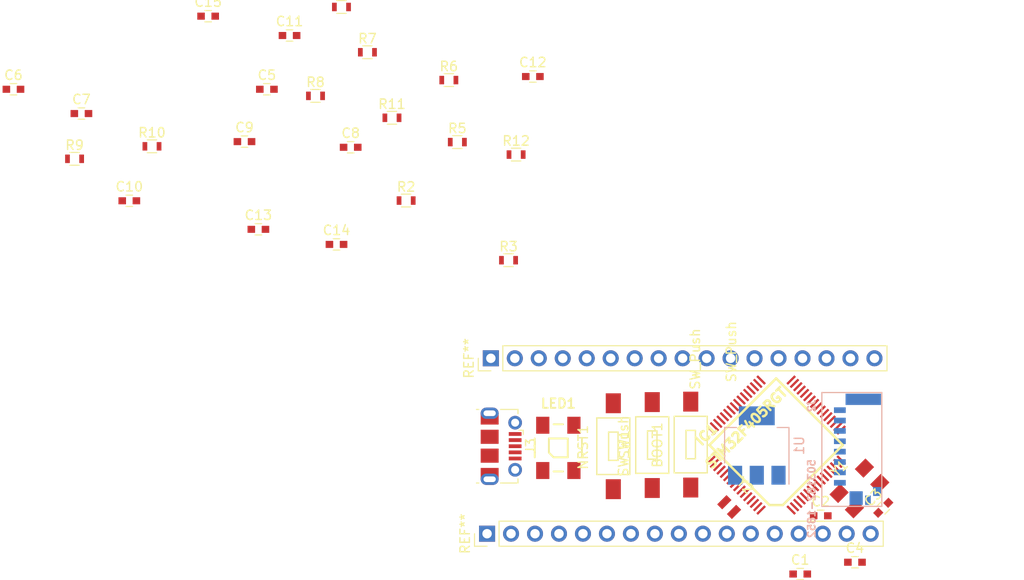
<source format=kicad_pcb>
(kicad_pcb (version 4) (host pcbnew 4.0.7)

  (general
    (links 90)
    (no_connects 88)
    (area 90.124999 49.575 260.794802 123.050001)
    (thickness 1.6)
    (drawings 4)
    (tracks 0)
    (zones 0)
    (modules 38)
    (nets 63)
  )

  (page A4)
  (layers
    (0 F.Cu signal)
    (31 B.Cu signal)
    (32 B.Adhes user hide)
    (33 F.Adhes user hide)
    (34 B.Paste user hide)
    (35 F.Paste user hide)
    (36 B.SilkS user hide)
    (37 F.SilkS user hide)
    (38 B.Mask user hide)
    (39 F.Mask user hide)
    (40 Dwgs.User user hide)
    (41 Cmts.User user hide)
    (42 Eco1.User user hide)
    (43 Eco2.User user hide)
    (44 Edge.Cuts user)
    (45 Margin user hide)
    (46 B.CrtYd user hide)
    (47 F.CrtYd user hide)
    (48 B.Fab user)
    (49 F.Fab user hide)
  )

  (setup
    (last_trace_width 0.25)
    (trace_clearance 0.2)
    (zone_clearance 0.508)
    (zone_45_only no)
    (trace_min 0.2)
    (segment_width 0.2)
    (edge_width 0.15)
    (via_size 0.6)
    (via_drill 0.4)
    (via_min_size 0.4)
    (via_min_drill 0.3)
    (uvia_size 0.3)
    (uvia_drill 0.1)
    (uvias_allowed no)
    (uvia_min_size 0.2)
    (uvia_min_drill 0.1)
    (pcb_text_width 0.3)
    (pcb_text_size 1.5 1.5)
    (mod_edge_width 0.15)
    (mod_text_size 1 1)
    (mod_text_width 0.15)
    (pad_size 1.524 1.524)
    (pad_drill 0.762)
    (pad_to_mask_clearance 0.2)
    (aux_axis_origin 0 0)
    (visible_elements FFFCF37F)
    (pcbplotparams
      (layerselection 0x00030_80000001)
      (usegerberextensions false)
      (excludeedgelayer true)
      (linewidth 0.100000)
      (plotframeref false)
      (viasonmask false)
      (mode 1)
      (useauxorigin false)
      (hpglpennumber 1)
      (hpglpenspeed 20)
      (hpglpendiameter 15)
      (hpglpenoverlay 2)
      (psnegative false)
      (psa4output false)
      (plotreference true)
      (plotvalue true)
      (plotinvisibletext false)
      (padsonsilk false)
      (subtractmaskfromsilk false)
      (outputformat 1)
      (mirror false)
      (drillshape 1)
      (scaleselection 1)
      (outputdirectory ""))
  )

  (net 0 "")
  (net 1 +3V3)
  (net 2 /BOOT0)
  (net 3 GND)
  (net 4 /N$9)
  (net 5 /N$10)
  (net 6 /N$6)
  (net 7 /N$5)
  (net 8 /N$1)
  (net 9 /N$2)
  (net 10 +BATT)
  (net 11 /NRST)
  (net 12 /GSM_PWRKEY)
  (net 13 /GPS_HSD_SW)
  (net 14 /GSM_HSD_SW)
  (net 15 /INST3_HSD_SW)
  (net 16 /INST1_TTL_RX)
  (net 17 /INST1_TTL_TX)
  (net 18 /INST2_TTL_RX)
  (net 19 /INST2_TTL_TX)
  (net 20 /IO_PA4)
  (net 21 /IO_PA5)
  (net 22 /IO_PA6)
  (net 23 /IO_PA7)
  (net 24 /INST2_HSD_SW)
  (net 25 /INST1_HSD_SW)
  (net 26 /INA219_HSD_SW)
  (net 27 /IO_PB1)
  (net 28 /IO_PB2)
  (net 29 /GSM_RX)
  (net 30 /GPS_TX)
  (net 31 /IO_PB12)
  (net 32 /IO_PB13)
  (net 33 /IO_PB14)
  (net 34 /IO_PB15)
  (net 35 /INST3_TTL_RX)
  (net 36 /INST3_TTL_TX)
  (net 37 /SDIO_D0)
  (net 38 /SDIO_D1)
  (net 39 /LEDR1)
  (net 40 /FS_VUSB)
  (net 41 /FS_USB_ID)
  (net 42 /FS_DM)
  (net 43 /FS_DP)
  (net 44 /USR_SW)
  (net 45 /IO_PA14)
  (net 46 /IO_PA15)
  (net 47 /SDIO_D2)
  (net 48 /SDIO_D3)
  (net 49 /SDIO_CK)
  (net 50 /SDIO_CMD)
  (net 51 /IO_PB3)
  (net 52 /IO_PB4)
  (net 53 /MMA_AVDD)
  (net 54 /GPS_I2C_SCK)
  (net 55 /GPS_I2C_SDA)
  (net 56 /SD_CARD_HSD_SW)
  (net 57 /IO_PB9)
  (net 58 "Net-(J3-Pad3)")
  (net 59 "Net-(J3-Pad2)")
  (net 60 "Net-(J3-Pad6)")
  (net 61 "Net-(R12-Pad1)")
  (net 62 "Net-(LED1-Pad2)")

  (net_class Default "This is the default net class."
    (clearance 0.2)
    (trace_width 0.25)
    (via_dia 0.6)
    (via_drill 0.4)
    (uvia_dia 0.3)
    (uvia_drill 0.1)
    (add_net +3V3)
    (add_net +BATT)
    (add_net /BOOT0)
    (add_net /FS_DM)
    (add_net /FS_DP)
    (add_net /FS_USB_ID)
    (add_net /FS_VUSB)
    (add_net /GPS_HSD_SW)
    (add_net /GPS_I2C_SCK)
    (add_net /GPS_I2C_SDA)
    (add_net /GPS_TX)
    (add_net /GSM_HSD_SW)
    (add_net /GSM_PWRKEY)
    (add_net /GSM_RX)
    (add_net /INA219_HSD_SW)
    (add_net /INST1_HSD_SW)
    (add_net /INST1_TTL_RX)
    (add_net /INST1_TTL_TX)
    (add_net /INST2_HSD_SW)
    (add_net /INST2_TTL_RX)
    (add_net /INST2_TTL_TX)
    (add_net /INST3_HSD_SW)
    (add_net /INST3_TTL_RX)
    (add_net /INST3_TTL_TX)
    (add_net /IO_PA14)
    (add_net /IO_PA15)
    (add_net /IO_PA4)
    (add_net /IO_PA5)
    (add_net /IO_PA6)
    (add_net /IO_PA7)
    (add_net /IO_PB1)
    (add_net /IO_PB12)
    (add_net /IO_PB13)
    (add_net /IO_PB14)
    (add_net /IO_PB15)
    (add_net /IO_PB2)
    (add_net /IO_PB3)
    (add_net /IO_PB4)
    (add_net /IO_PB9)
    (add_net /LEDR1)
    (add_net /MMA_AVDD)
    (add_net /N$1)
    (add_net /N$10)
    (add_net /N$2)
    (add_net /N$5)
    (add_net /N$6)
    (add_net /N$9)
    (add_net /NRST)
    (add_net /SDIO_CK)
    (add_net /SDIO_CMD)
    (add_net /SDIO_D0)
    (add_net /SDIO_D1)
    (add_net /SDIO_D2)
    (add_net /SDIO_D3)
    (add_net /SD_CARD_HSD_SW)
    (add_net /USR_SW)
    (add_net GND)
    (add_net "Net-(J3-Pad2)")
    (add_net "Net-(J3-Pad3)")
    (add_net "Net-(J3-Pad6)")
    (add_net "Net-(LED1-Pad2)")
    (add_net "Net-(R12-Pad1)")
  )

  (module Pin_Headers:Pin_Header_Straight_1x17_Pitch2.54mm (layer F.Cu) (tedit 59650532) (tstamp 5B74E18D)
    (at 141.925 107.85 90)
    (descr "Through hole straight pin header, 1x17, 2.54mm pitch, single row")
    (tags "Through hole pin header THT 1x17 2.54mm single row")
    (fp_text reference REF** (at 0 -2.33 90) (layer F.SilkS)
      (effects (font (size 1 1) (thickness 0.15)))
    )
    (fp_text value Pin_Header_Straight_1x17_Pitch2.54mm (at 0 42.97 90) (layer F.Fab)
      (effects (font (size 1 1) (thickness 0.15)))
    )
    (fp_line (start -0.635 -1.27) (end 1.27 -1.27) (layer F.Fab) (width 0.1))
    (fp_line (start 1.27 -1.27) (end 1.27 41.91) (layer F.Fab) (width 0.1))
    (fp_line (start 1.27 41.91) (end -1.27 41.91) (layer F.Fab) (width 0.1))
    (fp_line (start -1.27 41.91) (end -1.27 -0.635) (layer F.Fab) (width 0.1))
    (fp_line (start -1.27 -0.635) (end -0.635 -1.27) (layer F.Fab) (width 0.1))
    (fp_line (start -1.33 41.97) (end 1.33 41.97) (layer F.SilkS) (width 0.12))
    (fp_line (start -1.33 1.27) (end -1.33 41.97) (layer F.SilkS) (width 0.12))
    (fp_line (start 1.33 1.27) (end 1.33 41.97) (layer F.SilkS) (width 0.12))
    (fp_line (start -1.33 1.27) (end 1.33 1.27) (layer F.SilkS) (width 0.12))
    (fp_line (start -1.33 0) (end -1.33 -1.33) (layer F.SilkS) (width 0.12))
    (fp_line (start -1.33 -1.33) (end 0 -1.33) (layer F.SilkS) (width 0.12))
    (fp_line (start -1.8 -1.8) (end -1.8 42.45) (layer F.CrtYd) (width 0.05))
    (fp_line (start -1.8 42.45) (end 1.8 42.45) (layer F.CrtYd) (width 0.05))
    (fp_line (start 1.8 42.45) (end 1.8 -1.8) (layer F.CrtYd) (width 0.05))
    (fp_line (start 1.8 -1.8) (end -1.8 -1.8) (layer F.CrtYd) (width 0.05))
    (fp_text user %R (at 0 20.32 180) (layer F.Fab)
      (effects (font (size 1 1) (thickness 0.15)))
    )
    (pad 1 thru_hole rect (at 0 0 90) (size 1.7 1.7) (drill 1) (layers *.Cu *.Mask))
    (pad 2 thru_hole oval (at 0 2.54 90) (size 1.7 1.7) (drill 1) (layers *.Cu *.Mask))
    (pad 3 thru_hole oval (at 0 5.08 90) (size 1.7 1.7) (drill 1) (layers *.Cu *.Mask))
    (pad 4 thru_hole oval (at 0 7.62 90) (size 1.7 1.7) (drill 1) (layers *.Cu *.Mask))
    (pad 5 thru_hole oval (at 0 10.16 90) (size 1.7 1.7) (drill 1) (layers *.Cu *.Mask))
    (pad 6 thru_hole oval (at 0 12.7 90) (size 1.7 1.7) (drill 1) (layers *.Cu *.Mask))
    (pad 7 thru_hole oval (at 0 15.24 90) (size 1.7 1.7) (drill 1) (layers *.Cu *.Mask))
    (pad 8 thru_hole oval (at 0 17.78 90) (size 1.7 1.7) (drill 1) (layers *.Cu *.Mask))
    (pad 9 thru_hole oval (at 0 20.32 90) (size 1.7 1.7) (drill 1) (layers *.Cu *.Mask))
    (pad 10 thru_hole oval (at 0 22.86 90) (size 1.7 1.7) (drill 1) (layers *.Cu *.Mask))
    (pad 11 thru_hole oval (at 0 25.4 90) (size 1.7 1.7) (drill 1) (layers *.Cu *.Mask))
    (pad 12 thru_hole oval (at 0 27.94 90) (size 1.7 1.7) (drill 1) (layers *.Cu *.Mask))
    (pad 13 thru_hole oval (at 0 30.48 90) (size 1.7 1.7) (drill 1) (layers *.Cu *.Mask))
    (pad 14 thru_hole oval (at 0 33.02 90) (size 1.7 1.7) (drill 1) (layers *.Cu *.Mask))
    (pad 15 thru_hole oval (at 0 35.56 90) (size 1.7 1.7) (drill 1) (layers *.Cu *.Mask))
    (pad 16 thru_hole oval (at 0 38.1 90) (size 1.7 1.7) (drill 1) (layers *.Cu *.Mask))
    (pad 17 thru_hole oval (at 0 40.64 90) (size 1.7 1.7) (drill 1) (layers *.Cu *.Mask))
    (model ${KISYS3DMOD}/Pin_Headers.3dshapes/Pin_Header_Straight_1x17_Pitch2.54mm.wrl
      (at (xyz 0 0 0))
      (scale (xyz 1 1 1))
      (rotate (xyz 0 0 0))
    )
  )

  (module my_footprints:molex_sd_47309-2851 (layer B.Cu) (tedit 0) (tstamp 5B4BA649)
    (at 179.3 98.6 270)
    (descr "<b>TFR Header with Detect Pin</b>")
    (path /5B40BCDB)
    (fp_text reference J2 (at -5.08 2.54 270) (layer B.SilkS)
      (effects (font (size 0.77216 0.77216) (thickness 0.16256)) (justify left bottom mirror))
    )
    (fp_text value 503182-1852 (at 1.27 2.54 270) (layer B.SilkS)
      (effects (font (size 0.77216 0.77216) (thickness 0.16256)) (justify left bottom mirror))
    )
    (fp_line (start -5.4 1.325) (end 6 1.325) (layer Dwgs.User) (width 0.127))
    (fp_line (start 6 1.325) (end 6 -0.05) (layer Dwgs.User) (width 0.127))
    (fp_line (start 6 -0.05) (end 6 -0.6) (layer Dwgs.User) (width 0.127))
    (fp_line (start 6 -0.6) (end 6 -2.05) (layer Dwgs.User) (width 0.127))
    (fp_line (start 6 -2.05) (end 6 -4.175) (layer Dwgs.User) (width 0.127))
    (fp_line (start 6 -4.175) (end -5.4 -4.175) (layer Dwgs.User) (width 0.127))
    (fp_line (start -5.4 -4.175) (end -5.4 1.325) (layer Dwgs.User) (width 0.127))
    (fp_line (start 6.2 -6.9) (end 6.2 -5.5) (layer Dwgs.User) (width 0.127))
    (fp_line (start 6.2 -5.5) (end 4.9 -4.15) (layer Dwgs.User) (width 0.127))
    (fp_line (start 4.85 -4.1) (end 4.85 0.35) (layer Cmts.User) (width 0.127))
    (fp_arc (start 4.2 0.349999) (end 4.85 0.35) (angle 90) (layer Cmts.User) (width 0.127))
    (fp_line (start 4.2 1) (end -4.2 1) (layer Cmts.User) (width 0.127))
    (fp_arc (start -4.175 0.374999) (end -4.2 1) (angle 90) (layer Cmts.User) (width 0.127))
    (fp_line (start -4.8 0.35) (end -4.8 -13.35) (layer Cmts.User) (width 0.127))
    (fp_arc (start -4.2 -13.35) (end -4.8 -13.35) (angle 90) (layer Dwgs.User) (width 0.127))
    (fp_line (start -4.2 -13.95) (end 5.45 -14) (layer Dwgs.User) (width 0.127))
    (fp_arc (start 5.35 -13.15) (end 5.45 -14) (angle 90) (layer Dwgs.User) (width 0.127))
    (fp_line (start 6.2 -13.05) (end 6.2 -8.7) (layer Dwgs.User) (width 0.127))
    (fp_line (start 6.2 -8.7) (end 5.6 -8.05) (layer Dwgs.User) (width 0.127))
    (fp_line (start 5.6 -8.05) (end 5.6 -7.1) (layer Dwgs.User) (width 0.127))
    (fp_arc (start 5.775 -7.075) (end 5.6 -7.1) (angle -90) (layer Dwgs.User) (width 0.127))
    (fp_arc (start 0.866782 -44.008832) (end -4.8 -12.7) (angle -20) (layer Dwgs.User) (width 0.127))
    (fp_line (start -3.35 1.3) (end -3.35 1.05) (layer Dwgs.User) (width 0.127))
    (fp_line (start -3.35 1.05) (end -3.35 0.55) (layer Dwgs.User) (width 0.127))
    (fp_arc (start -3.45 0.55) (end -3.35 0.55) (angle -90) (layer Dwgs.User) (width 0.127))
    (fp_line (start -3.45 0.45) (end -5.15 0.45) (layer Dwgs.User) (width 0.127))
    (fp_line (start -5.15 0.45) (end -5.35 0.45) (layer Dwgs.User) (width 0.127))
    (fp_line (start -5.15 0.45) (end -5.15 -4.15) (layer Dwgs.User) (width 0.127))
    (fp_line (start 3.9 1.3) (end 3.9 1.05) (layer Dwgs.User) (width 0.127))
    (fp_line (start 3.9 1.05) (end 3.9 0.55) (layer Dwgs.User) (width 0.127))
    (fp_arc (start 4.05 0.55) (end 3.9 0.55) (angle 90) (layer Dwgs.User) (width 0.127))
    (fp_line (start 4.05 0.4) (end 4.4 0.4) (layer Dwgs.User) (width 0.127))
    (fp_line (start 4.4 0.4) (end 4.85 0.4) (layer Dwgs.User) (width 0.127))
    (fp_line (start 4.85 0.4) (end 5.35 0.4) (layer Dwgs.User) (width 0.127))
    (fp_line (start 5.35 0.4) (end 5.4 0.4) (layer Dwgs.User) (width 0.127))
    (fp_arc (start 5.4 0.3) (end 5.4 0.4) (angle -90) (layer Dwgs.User) (width 0.127))
    (fp_line (start 5.5 0.3) (end 5.5 0.1) (layer Dwgs.User) (width 0.127))
    (fp_arc (start 5.65 0.1) (end 5.5 0.1) (angle 90) (layer Dwgs.User) (width 0.127))
    (fp_line (start 5.65 -0.05) (end 6 -0.05) (layer Dwgs.User) (width 0.127))
    (fp_line (start 5.4 0.4) (end 5.75 0.4) (layer Dwgs.User) (width 0.127))
    (fp_line (start 5.75 0.4) (end 5.75 0.3) (layer Dwgs.User) (width 0.127))
    (fp_line (start 5.75 0.3) (end 5.75 0) (layer Dwgs.User) (width 0.127))
    (fp_line (start 5.75 0.3) (end 5.5 0.3) (layer Dwgs.User) (width 0.127))
    (fp_line (start 3.9 1.05) (end -3.35 1.05) (layer Dwgs.User) (width 0.127))
    (fp_line (start 4.4 0.4) (end 4.6 0.55) (layer Dwgs.User) (width 0.127))
    (fp_arc (start 4.675 0.449999) (end 4.6 0.55) (angle -73.739795) (layer Dwgs.User) (width 0.127))
    (fp_arc (start 4.784807 0.720096) (end 4.75 0.55) (angle 150) (layer Dwgs.User) (width 0.127))
    (fp_line (start 4.9 0.85) (end 5 0.9) (layer Dwgs.User) (width 0.127))
    (fp_line (start 4.85 0.4) (end 4.95 0.45) (layer Dwgs.User) (width 0.127))
    (fp_arc (start 4.824998 0.691666) (end 4.95 0.45) (angle 112.619452) (layer Dwgs.User) (width 0.127))
    (fp_line (start 5.35 0.4) (end 5.35 1.1) (layer Dwgs.User) (width 0.127))
    (fp_line (start 5.35 1.1) (end 5.5 1.1) (layer Dwgs.User) (width 0.127))
    (fp_line (start 5.5 1.1) (end 5.5 0.45) (layer Dwgs.User) (width 0.127))
    (fp_line (start 4.6 -0.7) (end 4.6 -1.95) (layer Dwgs.User) (width 0.127))
    (fp_arc (start 4.7 -1.95) (end 4.6 -1.95) (angle 90) (layer Dwgs.User) (width 0.127))
    (fp_line (start 4.7 -2.05) (end 4.9 -2.05) (layer Dwgs.User) (width 0.127))
    (fp_arc (start 4.9 -1.95) (end 4.9 -2.05) (angle 90) (layer Dwgs.User) (width 0.127))
    (fp_line (start 5 -1.95) (end 5 -0.7) (layer Dwgs.User) (width 0.127))
    (fp_arc (start 4.9 -0.7) (end 5 -0.7) (angle 90) (layer Dwgs.User) (width 0.127))
    (fp_line (start 4.9 -0.6) (end 4.7 -0.6) (layer Dwgs.User) (width 0.127))
    (fp_arc (start 4.7 -0.7) (end 4.7 -0.6) (angle 90) (layer Dwgs.User) (width 0.127))
    (fp_line (start 6 -0.6) (end 5.8 -0.6) (layer Dwgs.User) (width 0.127))
    (fp_line (start 5.8 -0.6) (end 5.55 -0.6) (layer Dwgs.User) (width 0.127))
    (fp_line (start 5.55 -0.6) (end 5.45 -0.6) (layer Dwgs.User) (width 0.127))
    (fp_arc (start 5.45 -0.65) (end 5.45 -0.6) (angle 90) (layer Dwgs.User) (width 0.127))
    (fp_line (start 5.4 -0.65) (end 5.4 -1.9) (layer Dwgs.User) (width 0.127))
    (fp_arc (start 5.55 -1.9) (end 5.4 -1.9) (angle 90) (layer Dwgs.User) (width 0.127))
    (fp_line (start 5.55 -2.05) (end 5.8 -2.05) (layer Dwgs.User) (width 0.127))
    (fp_line (start 5.8 -2.05) (end 6 -2.05) (layer Dwgs.User) (width 0.127))
    (fp_line (start 5.8 -0.6) (end 5.8 -1.25) (layer Dwgs.User) (width 0.127))
    (fp_line (start 5.8 -1.25) (end 5.8 -2.05) (layer Dwgs.User) (width 0.127))
    (fp_line (start 5.55 -0.6) (end 5.55 -1.25) (layer Dwgs.User) (width 0.127))
    (fp_line (start 5.55 -1.25) (end 5.55 -2.05) (layer Dwgs.User) (width 0.127))
    (fp_line (start 5.8 -1.25) (end 5.55 -1.25) (layer Dwgs.User) (width 0.127))
    (fp_line (start 6.2 -6.9) (end 5.75 -6.9) (layer Dwgs.User) (width 0.127))
    (fp_line (start 6.25 -12.35) (end 6.25 -10.95) (layer Cmts.User) (width 0.127))
    (fp_line (start 6.25 -10.95) (end 4.9 -9.55) (layer Cmts.User) (width 0.127))
    (fp_line (start 4.9 -9.55) (end 4.9 -5.1) (layer Cmts.User) (width 0.127))
    (fp_arc (start 4.25 -5.1) (end 4.9 -5.1) (angle 90) (layer Cmts.User) (width 0.127))
    (fp_line (start 4.25 -4.45) (end -4.15 -4.45) (layer Cmts.User) (width 0.127))
    (fp_arc (start -4.125 -5.075) (end -4.15 -4.45) (angle 90) (layer Cmts.User) (width 0.127))
    (fp_line (start -4.75 -5.1) (end -4.75 -18.15) (layer Cmts.User) (width 0.127))
    (fp_line (start -4.75 -18.15) (end -4.75 -18.8) (layer Cmts.User) (width 0.127))
    (fp_arc (start -4.15 -18.8) (end -4.75 -18.8) (angle 90) (layer Cmts.User) (width 0.127))
    (fp_line (start -4.15 -19.4) (end 5.5 -19.45) (layer Cmts.User) (width 0.127))
    (fp_arc (start 5.4 -18.6) (end 5.5 -19.45) (angle 90) (layer Cmts.User) (width 0.127))
    (fp_line (start 6.25 -18.5) (end 6.25 -14.15) (layer Cmts.User) (width 0.127))
    (fp_line (start 6.25 -14.15) (end 5.65 -13.5) (layer Cmts.User) (width 0.127))
    (fp_line (start 5.65 -13.5) (end 5.65 -12.55) (layer Cmts.User) (width 0.127))
    (fp_arc (start 5.825 -12.525) (end 5.65 -12.55) (angle -90) (layer Cmts.User) (width 0.127))
    (fp_arc (start 0.916782 -49.458832) (end -4.75 -18.15) (angle -20) (layer Cmts.User) (width 0.127))
    (fp_line (start 6.25 -12.35) (end 5.8 -12.35) (layer Cmts.User) (width 0.127))
    (fp_line (start -4.8 -13.3) (end -4.8 -4.15) (layer Dwgs.User) (width 0.127))
    (fp_line (start -5.715 1.905) (end 6.35 1.905) (layer B.SilkS) (width 0.127))
    (fp_line (start 6.35 1.905) (end 6.35 -4.445) (layer B.SilkS) (width 0.127))
    (fp_line (start 6.35 -4.445) (end -5.715 -4.445) (layer B.SilkS) (width 0.127))
    (fp_line (start -5.715 -4.445) (end -5.715 1.905) (layer B.SilkS) (width 0.127))
    (pad P1 smd rect (at 3.85 0 180) (size 1.25 0.6) (layers B.Cu B.Paste B.Mask)
      (net 3 GND))
    (pad P2 smd rect (at 2.75 0 180) (size 1.25 0.6) (layers B.Cu B.Paste B.Mask)
      (net 3 GND))
    (pad P3 smd rect (at 1.65 0 180) (size 1.25 0.6) (layers B.Cu B.Paste B.Mask)
      (net 3 GND))
    (pad P4 smd rect (at 0.55 0 180) (size 1.25 0.6) (layers B.Cu B.Paste B.Mask)
      (net 3 GND))
    (pad P5 smd rect (at -0.55 0 180) (size 1.25 0.6) (layers B.Cu B.Paste B.Mask)
      (net 3 GND))
    (pad P6 smd rect (at -1.65 0 180) (size 1.25 0.6) (layers B.Cu B.Paste B.Mask))
    (pad P7 smd rect (at -2.75 0 180) (size 1.25 0.6) (layers B.Cu B.Paste B.Mask))
    (pad P8 smd rect (at -3.85 0 180) (size 1.25 0.6) (layers B.Cu B.Paste B.Mask))
    (pad G1 smd rect (at -5 -2.48 180) (size 3.75 1.2) (layers B.Cu B.Paste B.Mask))
    (pad G2 smd rect (at 5.475 -1.725 90) (size 1.45 1.4) (layers B.Cu B.Paste B.Mask))
    (pad G3 smd rect (at 5.7 -2.975 90) (size 1 0.6) (layers B.Cu B.Paste B.Mask))
    (pad G4 smd rect (at 4.775 -3.95 270) (size 0.95 0.85) (layers B.Cu B.Paste B.Mask))
  )

  (module Capacitors_SMD:C_0603 (layer F.Cu) (tedit 59958EE7) (tstamp 5B40BEAB)
    (at 175.1 112.125)
    (descr "Capacitor SMD 0603, reflow soldering, AVX (see smccp.pdf)")
    (tags "capacitor 0603")
    (path /5B40BCD0)
    (attr smd)
    (fp_text reference C1 (at 0 -1.5) (layer F.SilkS)
      (effects (font (size 1 1) (thickness 0.15)))
    )
    (fp_text value 12p (at 0 1.5) (layer F.Fab)
      (effects (font (size 1 1) (thickness 0.15)))
    )
    (fp_line (start 1.4 0.65) (end -1.4 0.65) (layer F.CrtYd) (width 0.05))
    (fp_line (start 1.4 0.65) (end 1.4 -0.65) (layer F.CrtYd) (width 0.05))
    (fp_line (start -1.4 -0.65) (end -1.4 0.65) (layer F.CrtYd) (width 0.05))
    (fp_line (start -1.4 -0.65) (end 1.4 -0.65) (layer F.CrtYd) (width 0.05))
    (fp_line (start 0.35 0.6) (end -0.35 0.6) (layer F.SilkS) (width 0.12))
    (fp_line (start -0.35 -0.6) (end 0.35 -0.6) (layer F.SilkS) (width 0.12))
    (fp_line (start -0.8 -0.4) (end 0.8 -0.4) (layer F.Fab) (width 0.1))
    (fp_line (start 0.8 -0.4) (end 0.8 0.4) (layer F.Fab) (width 0.1))
    (fp_line (start 0.8 0.4) (end -0.8 0.4) (layer F.Fab) (width 0.1))
    (fp_line (start -0.8 0.4) (end -0.8 -0.4) (layer F.Fab) (width 0.1))
    (fp_text user %R (at 0 0) (layer F.Fab)
      (effects (font (size 0.3 0.3) (thickness 0.075)))
    )
    (pad 2 smd rect (at 0.75 0) (size 0.8 0.75) (layers F.Cu F.Paste F.Mask)
      (net 3 GND))
    (pad 1 smd rect (at -0.75 0) (size 0.8 0.75) (layers F.Cu F.Paste F.Mask)
      (net 4 /N$9))
    (model Capacitors_SMD.3dshapes/C_0603.wrl
      (at (xyz 0 0 0))
      (scale (xyz 1 1 1))
      (rotate (xyz 0 0 0))
    )
  )

  (module Capacitors_SMD:C_0603 (layer F.Cu) (tedit 59958EE7) (tstamp 5B40BEBC)
    (at 177.275 105.95)
    (descr "Capacitor SMD 0603, reflow soldering, AVX (see smccp.pdf)")
    (tags "capacitor 0603")
    (path /5B40BCCF)
    (attr smd)
    (fp_text reference C2 (at 0 -1.5) (layer F.SilkS)
      (effects (font (size 1 1) (thickness 0.15)))
    )
    (fp_text value 12p (at 0 1.5) (layer F.Fab)
      (effects (font (size 1 1) (thickness 0.15)))
    )
    (fp_line (start 1.4 0.65) (end -1.4 0.65) (layer F.CrtYd) (width 0.05))
    (fp_line (start 1.4 0.65) (end 1.4 -0.65) (layer F.CrtYd) (width 0.05))
    (fp_line (start -1.4 -0.65) (end -1.4 0.65) (layer F.CrtYd) (width 0.05))
    (fp_line (start -1.4 -0.65) (end 1.4 -0.65) (layer F.CrtYd) (width 0.05))
    (fp_line (start 0.35 0.6) (end -0.35 0.6) (layer F.SilkS) (width 0.12))
    (fp_line (start -0.35 -0.6) (end 0.35 -0.6) (layer F.SilkS) (width 0.12))
    (fp_line (start -0.8 -0.4) (end 0.8 -0.4) (layer F.Fab) (width 0.1))
    (fp_line (start 0.8 -0.4) (end 0.8 0.4) (layer F.Fab) (width 0.1))
    (fp_line (start 0.8 0.4) (end -0.8 0.4) (layer F.Fab) (width 0.1))
    (fp_line (start -0.8 0.4) (end -0.8 -0.4) (layer F.Fab) (width 0.1))
    (fp_text user %R (at 0 0) (layer F.Fab)
      (effects (font (size 0.3 0.3) (thickness 0.075)))
    )
    (pad 2 smd rect (at 0.75 0) (size 0.8 0.75) (layers F.Cu F.Paste F.Mask)
      (net 3 GND))
    (pad 1 smd rect (at -0.75 0) (size 0.8 0.75) (layers F.Cu F.Paste F.Mask)
      (net 5 /N$10))
    (model Capacitors_SMD.3dshapes/C_0603.wrl
      (at (xyz 0 0 0))
      (scale (xyz 1 1 1))
      (rotate (xyz 0 0 0))
    )
  )

  (module Capacitors_SMD:C_0603 (layer F.Cu) (tedit 59958EE7) (tstamp 5B40BECD)
    (at 183.9 105.1 45)
    (descr "Capacitor SMD 0603, reflow soldering, AVX (see smccp.pdf)")
    (tags "capacitor 0603")
    (path /5B40BCCB)
    (attr smd)
    (fp_text reference C3 (at 0 -1.5 45) (layer F.SilkS)
      (effects (font (size 1 1) (thickness 0.15)))
    )
    (fp_text value 12p (at 0 1.5 45) (layer F.Fab)
      (effects (font (size 1 1) (thickness 0.15)))
    )
    (fp_line (start 1.4 0.65) (end -1.4 0.65) (layer F.CrtYd) (width 0.05))
    (fp_line (start 1.4 0.65) (end 1.4 -0.65) (layer F.CrtYd) (width 0.05))
    (fp_line (start -1.4 -0.65) (end -1.4 0.65) (layer F.CrtYd) (width 0.05))
    (fp_line (start -1.4 -0.65) (end 1.4 -0.65) (layer F.CrtYd) (width 0.05))
    (fp_line (start 0.35 0.6) (end -0.35 0.6) (layer F.SilkS) (width 0.12))
    (fp_line (start -0.35 -0.6) (end 0.35 -0.6) (layer F.SilkS) (width 0.12))
    (fp_line (start -0.8 -0.4) (end 0.8 -0.4) (layer F.Fab) (width 0.1))
    (fp_line (start 0.8 -0.4) (end 0.8 0.4) (layer F.Fab) (width 0.1))
    (fp_line (start 0.8 0.4) (end -0.8 0.4) (layer F.Fab) (width 0.1))
    (fp_line (start -0.8 0.4) (end -0.8 -0.4) (layer F.Fab) (width 0.1))
    (fp_text user %R (at 0 0 45) (layer F.Fab)
      (effects (font (size 0.3 0.3) (thickness 0.075)))
    )
    (pad 2 smd rect (at 0.75 0 45) (size 0.8 0.75) (layers F.Cu F.Paste F.Mask)
      (net 3 GND))
    (pad 1 smd rect (at -0.75 0 45) (size 0.8 0.75) (layers F.Cu F.Paste F.Mask)
      (net 6 /N$6))
    (model Capacitors_SMD.3dshapes/C_0603.wrl
      (at (xyz 0 0 0))
      (scale (xyz 1 1 1))
      (rotate (xyz 0 0 0))
    )
  )

  (module Capacitors_SMD:C_0603 (layer F.Cu) (tedit 59958EE7) (tstamp 5B40BEDE)
    (at 180.9 110.875)
    (descr "Capacitor SMD 0603, reflow soldering, AVX (see smccp.pdf)")
    (tags "capacitor 0603")
    (path /5B40BCCC)
    (attr smd)
    (fp_text reference C4 (at 0 -1.5) (layer F.SilkS)
      (effects (font (size 1 1) (thickness 0.15)))
    )
    (fp_text value 12p (at 0 1.5) (layer F.Fab)
      (effects (font (size 1 1) (thickness 0.15)))
    )
    (fp_line (start 1.4 0.65) (end -1.4 0.65) (layer F.CrtYd) (width 0.05))
    (fp_line (start 1.4 0.65) (end 1.4 -0.65) (layer F.CrtYd) (width 0.05))
    (fp_line (start -1.4 -0.65) (end -1.4 0.65) (layer F.CrtYd) (width 0.05))
    (fp_line (start -1.4 -0.65) (end 1.4 -0.65) (layer F.CrtYd) (width 0.05))
    (fp_line (start 0.35 0.6) (end -0.35 0.6) (layer F.SilkS) (width 0.12))
    (fp_line (start -0.35 -0.6) (end 0.35 -0.6) (layer F.SilkS) (width 0.12))
    (fp_line (start -0.8 -0.4) (end 0.8 -0.4) (layer F.Fab) (width 0.1))
    (fp_line (start 0.8 -0.4) (end 0.8 0.4) (layer F.Fab) (width 0.1))
    (fp_line (start 0.8 0.4) (end -0.8 0.4) (layer F.Fab) (width 0.1))
    (fp_line (start -0.8 0.4) (end -0.8 -0.4) (layer F.Fab) (width 0.1))
    (fp_text user %R (at 0 0) (layer F.Fab)
      (effects (font (size 0.3 0.3) (thickness 0.075)))
    )
    (pad 2 smd rect (at 0.75 0) (size 0.8 0.75) (layers F.Cu F.Paste F.Mask)
      (net 3 GND))
    (pad 1 smd rect (at -0.75 0) (size 0.8 0.75) (layers F.Cu F.Paste F.Mask)
      (net 7 /N$5))
    (model Capacitors_SMD.3dshapes/C_0603.wrl
      (at (xyz 0 0 0))
      (scale (xyz 1 1 1))
      (rotate (xyz 0 0 0))
    )
  )

  (module Capacitors_SMD:C_0603 (layer F.Cu) (tedit 59958EE7) (tstamp 5B40BEEF)
    (at 118.6 60.725)
    (descr "Capacitor SMD 0603, reflow soldering, AVX (see smccp.pdf)")
    (tags "capacitor 0603")
    (path /5B40BCD1)
    (attr smd)
    (fp_text reference C5 (at 0 -1.5) (layer F.SilkS)
      (effects (font (size 1 1) (thickness 0.15)))
    )
    (fp_text value 2u2 (at 0 1.5) (layer F.Fab)
      (effects (font (size 1 1) (thickness 0.15)))
    )
    (fp_line (start 1.4 0.65) (end -1.4 0.65) (layer F.CrtYd) (width 0.05))
    (fp_line (start 1.4 0.65) (end 1.4 -0.65) (layer F.CrtYd) (width 0.05))
    (fp_line (start -1.4 -0.65) (end -1.4 0.65) (layer F.CrtYd) (width 0.05))
    (fp_line (start -1.4 -0.65) (end 1.4 -0.65) (layer F.CrtYd) (width 0.05))
    (fp_line (start 0.35 0.6) (end -0.35 0.6) (layer F.SilkS) (width 0.12))
    (fp_line (start -0.35 -0.6) (end 0.35 -0.6) (layer F.SilkS) (width 0.12))
    (fp_line (start -0.8 -0.4) (end 0.8 -0.4) (layer F.Fab) (width 0.1))
    (fp_line (start 0.8 -0.4) (end 0.8 0.4) (layer F.Fab) (width 0.1))
    (fp_line (start 0.8 0.4) (end -0.8 0.4) (layer F.Fab) (width 0.1))
    (fp_line (start -0.8 0.4) (end -0.8 -0.4) (layer F.Fab) (width 0.1))
    (fp_text user %R (at 0 0) (layer F.Fab)
      (effects (font (size 0.3 0.3) (thickness 0.075)))
    )
    (pad 2 smd rect (at 0.75 0) (size 0.8 0.75) (layers F.Cu F.Paste F.Mask)
      (net 8 /N$1))
    (pad 1 smd rect (at -0.75 0) (size 0.8 0.75) (layers F.Cu F.Paste F.Mask)
      (net 3 GND))
    (model Capacitors_SMD.3dshapes/C_0603.wrl
      (at (xyz 0 0 0))
      (scale (xyz 1 1 1))
      (rotate (xyz 0 0 0))
    )
  )

  (module Capacitors_SMD:C_0603 (layer F.Cu) (tedit 59958EE7) (tstamp 5B40BF00)
    (at 91.75 60.725)
    (descr "Capacitor SMD 0603, reflow soldering, AVX (see smccp.pdf)")
    (tags "capacitor 0603")
    (path /5B40BCD2)
    (attr smd)
    (fp_text reference C6 (at 0 -1.5) (layer F.SilkS)
      (effects (font (size 1 1) (thickness 0.15)))
    )
    (fp_text value 2u2 (at 0 1.5) (layer F.Fab)
      (effects (font (size 1 1) (thickness 0.15)))
    )
    (fp_line (start 1.4 0.65) (end -1.4 0.65) (layer F.CrtYd) (width 0.05))
    (fp_line (start 1.4 0.65) (end 1.4 -0.65) (layer F.CrtYd) (width 0.05))
    (fp_line (start -1.4 -0.65) (end -1.4 0.65) (layer F.CrtYd) (width 0.05))
    (fp_line (start -1.4 -0.65) (end 1.4 -0.65) (layer F.CrtYd) (width 0.05))
    (fp_line (start 0.35 0.6) (end -0.35 0.6) (layer F.SilkS) (width 0.12))
    (fp_line (start -0.35 -0.6) (end 0.35 -0.6) (layer F.SilkS) (width 0.12))
    (fp_line (start -0.8 -0.4) (end 0.8 -0.4) (layer F.Fab) (width 0.1))
    (fp_line (start 0.8 -0.4) (end 0.8 0.4) (layer F.Fab) (width 0.1))
    (fp_line (start 0.8 0.4) (end -0.8 0.4) (layer F.Fab) (width 0.1))
    (fp_line (start -0.8 0.4) (end -0.8 -0.4) (layer F.Fab) (width 0.1))
    (fp_text user %R (at 0 0) (layer F.Fab)
      (effects (font (size 0.3 0.3) (thickness 0.075)))
    )
    (pad 2 smd rect (at 0.75 0) (size 0.8 0.75) (layers F.Cu F.Paste F.Mask)
      (net 9 /N$2))
    (pad 1 smd rect (at -0.75 0) (size 0.8 0.75) (layers F.Cu F.Paste F.Mask)
      (net 3 GND))
    (model Capacitors_SMD.3dshapes/C_0603.wrl
      (at (xyz 0 0 0))
      (scale (xyz 1 1 1))
      (rotate (xyz 0 0 0))
    )
  )

  (module Capacitors_SMD:C_0603 (layer F.Cu) (tedit 59958EE7) (tstamp 5B40BF11)
    (at 98.95 63.3)
    (descr "Capacitor SMD 0603, reflow soldering, AVX (see smccp.pdf)")
    (tags "capacitor 0603")
    (path /5B40BCBB)
    (attr smd)
    (fp_text reference C7 (at 0 -1.5) (layer F.SilkS)
      (effects (font (size 1 1) (thickness 0.15)))
    )
    (fp_text value 1u (at 0 1.5) (layer F.Fab)
      (effects (font (size 1 1) (thickness 0.15)))
    )
    (fp_line (start 1.4 0.65) (end -1.4 0.65) (layer F.CrtYd) (width 0.05))
    (fp_line (start 1.4 0.65) (end 1.4 -0.65) (layer F.CrtYd) (width 0.05))
    (fp_line (start -1.4 -0.65) (end -1.4 0.65) (layer F.CrtYd) (width 0.05))
    (fp_line (start -1.4 -0.65) (end 1.4 -0.65) (layer F.CrtYd) (width 0.05))
    (fp_line (start 0.35 0.6) (end -0.35 0.6) (layer F.SilkS) (width 0.12))
    (fp_line (start -0.35 -0.6) (end 0.35 -0.6) (layer F.SilkS) (width 0.12))
    (fp_line (start -0.8 -0.4) (end 0.8 -0.4) (layer F.Fab) (width 0.1))
    (fp_line (start 0.8 -0.4) (end 0.8 0.4) (layer F.Fab) (width 0.1))
    (fp_line (start 0.8 0.4) (end -0.8 0.4) (layer F.Fab) (width 0.1))
    (fp_line (start -0.8 0.4) (end -0.8 -0.4) (layer F.Fab) (width 0.1))
    (fp_text user %R (at 0 0) (layer F.Fab)
      (effects (font (size 0.3 0.3) (thickness 0.075)))
    )
    (pad 2 smd rect (at 0.75 0) (size 0.8 0.75) (layers F.Cu F.Paste F.Mask)
      (net 3 GND))
    (pad 1 smd rect (at -0.75 0) (size 0.8 0.75) (layers F.Cu F.Paste F.Mask)
      (net 10 +BATT))
    (model Capacitors_SMD.3dshapes/C_0603.wrl
      (at (xyz 0 0 0))
      (scale (xyz 1 1 1))
      (rotate (xyz 0 0 0))
    )
  )

  (module Capacitors_SMD:C_0603 (layer F.Cu) (tedit 59958EE7) (tstamp 5B40BF22)
    (at 127.475 66.875)
    (descr "Capacitor SMD 0603, reflow soldering, AVX (see smccp.pdf)")
    (tags "capacitor 0603")
    (path /5B40BCBC)
    (attr smd)
    (fp_text reference C8 (at 0 -1.5) (layer F.SilkS)
      (effects (font (size 1 1) (thickness 0.15)))
    )
    (fp_text value 1u (at 0 1.5) (layer F.Fab)
      (effects (font (size 1 1) (thickness 0.15)))
    )
    (fp_line (start 1.4 0.65) (end -1.4 0.65) (layer F.CrtYd) (width 0.05))
    (fp_line (start 1.4 0.65) (end 1.4 -0.65) (layer F.CrtYd) (width 0.05))
    (fp_line (start -1.4 -0.65) (end -1.4 0.65) (layer F.CrtYd) (width 0.05))
    (fp_line (start -1.4 -0.65) (end 1.4 -0.65) (layer F.CrtYd) (width 0.05))
    (fp_line (start 0.35 0.6) (end -0.35 0.6) (layer F.SilkS) (width 0.12))
    (fp_line (start -0.35 -0.6) (end 0.35 -0.6) (layer F.SilkS) (width 0.12))
    (fp_line (start -0.8 -0.4) (end 0.8 -0.4) (layer F.Fab) (width 0.1))
    (fp_line (start 0.8 -0.4) (end 0.8 0.4) (layer F.Fab) (width 0.1))
    (fp_line (start 0.8 0.4) (end -0.8 0.4) (layer F.Fab) (width 0.1))
    (fp_line (start -0.8 0.4) (end -0.8 -0.4) (layer F.Fab) (width 0.1))
    (fp_text user %R (at 0 0) (layer F.Fab)
      (effects (font (size 0.3 0.3) (thickness 0.075)))
    )
    (pad 2 smd rect (at 0.75 0) (size 0.8 0.75) (layers F.Cu F.Paste F.Mask)
      (net 3 GND))
    (pad 1 smd rect (at -0.75 0) (size 0.8 0.75) (layers F.Cu F.Paste F.Mask)
      (net 1 +3V3))
    (model Capacitors_SMD.3dshapes/C_0603.wrl
      (at (xyz 0 0 0))
      (scale (xyz 1 1 1))
      (rotate (xyz 0 0 0))
    )
  )

  (module Capacitors_SMD:C_0603 (layer F.Cu) (tedit 59958EE7) (tstamp 5B40BF33)
    (at 116.225 66.275)
    (descr "Capacitor SMD 0603, reflow soldering, AVX (see smccp.pdf)")
    (tags "capacitor 0603")
    (path /5B40BCBD)
    (attr smd)
    (fp_text reference C9 (at 0 -1.5) (layer F.SilkS)
      (effects (font (size 1 1) (thickness 0.15)))
    )
    (fp_text value 100n (at 0 1.5) (layer F.Fab)
      (effects (font (size 1 1) (thickness 0.15)))
    )
    (fp_line (start 1.4 0.65) (end -1.4 0.65) (layer F.CrtYd) (width 0.05))
    (fp_line (start 1.4 0.65) (end 1.4 -0.65) (layer F.CrtYd) (width 0.05))
    (fp_line (start -1.4 -0.65) (end -1.4 0.65) (layer F.CrtYd) (width 0.05))
    (fp_line (start -1.4 -0.65) (end 1.4 -0.65) (layer F.CrtYd) (width 0.05))
    (fp_line (start 0.35 0.6) (end -0.35 0.6) (layer F.SilkS) (width 0.12))
    (fp_line (start -0.35 -0.6) (end 0.35 -0.6) (layer F.SilkS) (width 0.12))
    (fp_line (start -0.8 -0.4) (end 0.8 -0.4) (layer F.Fab) (width 0.1))
    (fp_line (start 0.8 -0.4) (end 0.8 0.4) (layer F.Fab) (width 0.1))
    (fp_line (start 0.8 0.4) (end -0.8 0.4) (layer F.Fab) (width 0.1))
    (fp_line (start -0.8 0.4) (end -0.8 -0.4) (layer F.Fab) (width 0.1))
    (fp_text user %R (at 0 0) (layer F.Fab)
      (effects (font (size 0.3 0.3) (thickness 0.075)))
    )
    (pad 2 smd rect (at 0.75 0) (size 0.8 0.75) (layers F.Cu F.Paste F.Mask)
      (net 3 GND))
    (pad 1 smd rect (at -0.75 0) (size 0.8 0.75) (layers F.Cu F.Paste F.Mask)
      (net 1 +3V3))
    (model Capacitors_SMD.3dshapes/C_0603.wrl
      (at (xyz 0 0 0))
      (scale (xyz 1 1 1))
      (rotate (xyz 0 0 0))
    )
  )

  (module Capacitors_SMD:C_0603 (layer F.Cu) (tedit 59958EE7) (tstamp 5B40BF44)
    (at 104.025 72.55)
    (descr "Capacitor SMD 0603, reflow soldering, AVX (see smccp.pdf)")
    (tags "capacitor 0603")
    (path /5B40BCD9)
    (attr smd)
    (fp_text reference C10 (at 0 -1.5) (layer F.SilkS)
      (effects (font (size 1 1) (thickness 0.15)))
    )
    (fp_text value 100n (at 0 1.5) (layer F.Fab)
      (effects (font (size 1 1) (thickness 0.15)))
    )
    (fp_line (start 1.4 0.65) (end -1.4 0.65) (layer F.CrtYd) (width 0.05))
    (fp_line (start 1.4 0.65) (end 1.4 -0.65) (layer F.CrtYd) (width 0.05))
    (fp_line (start -1.4 -0.65) (end -1.4 0.65) (layer F.CrtYd) (width 0.05))
    (fp_line (start -1.4 -0.65) (end 1.4 -0.65) (layer F.CrtYd) (width 0.05))
    (fp_line (start 0.35 0.6) (end -0.35 0.6) (layer F.SilkS) (width 0.12))
    (fp_line (start -0.35 -0.6) (end 0.35 -0.6) (layer F.SilkS) (width 0.12))
    (fp_line (start -0.8 -0.4) (end 0.8 -0.4) (layer F.Fab) (width 0.1))
    (fp_line (start 0.8 -0.4) (end 0.8 0.4) (layer F.Fab) (width 0.1))
    (fp_line (start 0.8 0.4) (end -0.8 0.4) (layer F.Fab) (width 0.1))
    (fp_line (start -0.8 0.4) (end -0.8 -0.4) (layer F.Fab) (width 0.1))
    (fp_text user %R (at 0 0) (layer F.Fab)
      (effects (font (size 0.3 0.3) (thickness 0.075)))
    )
    (pad 2 smd rect (at 0.75 0) (size 0.8 0.75) (layers F.Cu F.Paste F.Mask)
      (net 3 GND))
    (pad 1 smd rect (at -0.75 0) (size 0.8 0.75) (layers F.Cu F.Paste F.Mask)
      (net 1 +3V3))
    (model Capacitors_SMD.3dshapes/C_0603.wrl
      (at (xyz 0 0 0))
      (scale (xyz 1 1 1))
      (rotate (xyz 0 0 0))
    )
  )

  (module Capacitors_SMD:C_0603 (layer F.Cu) (tedit 59958EE7) (tstamp 5B40BF55)
    (at 121 55.025)
    (descr "Capacitor SMD 0603, reflow soldering, AVX (see smccp.pdf)")
    (tags "capacitor 0603")
    (path /5B40BCD8)
    (attr smd)
    (fp_text reference C11 (at 0 -1.5) (layer F.SilkS)
      (effects (font (size 1 1) (thickness 0.15)))
    )
    (fp_text value 100n (at 0 1.5) (layer F.Fab)
      (effects (font (size 1 1) (thickness 0.15)))
    )
    (fp_line (start 1.4 0.65) (end -1.4 0.65) (layer F.CrtYd) (width 0.05))
    (fp_line (start 1.4 0.65) (end 1.4 -0.65) (layer F.CrtYd) (width 0.05))
    (fp_line (start -1.4 -0.65) (end -1.4 0.65) (layer F.CrtYd) (width 0.05))
    (fp_line (start -1.4 -0.65) (end 1.4 -0.65) (layer F.CrtYd) (width 0.05))
    (fp_line (start 0.35 0.6) (end -0.35 0.6) (layer F.SilkS) (width 0.12))
    (fp_line (start -0.35 -0.6) (end 0.35 -0.6) (layer F.SilkS) (width 0.12))
    (fp_line (start -0.8 -0.4) (end 0.8 -0.4) (layer F.Fab) (width 0.1))
    (fp_line (start 0.8 -0.4) (end 0.8 0.4) (layer F.Fab) (width 0.1))
    (fp_line (start 0.8 0.4) (end -0.8 0.4) (layer F.Fab) (width 0.1))
    (fp_line (start -0.8 0.4) (end -0.8 -0.4) (layer F.Fab) (width 0.1))
    (fp_text user %R (at 0 0) (layer F.Fab)
      (effects (font (size 0.3 0.3) (thickness 0.075)))
    )
    (pad 2 smd rect (at 0.75 0) (size 0.8 0.75) (layers F.Cu F.Paste F.Mask)
      (net 3 GND))
    (pad 1 smd rect (at -0.75 0) (size 0.8 0.75) (layers F.Cu F.Paste F.Mask)
      (net 1 +3V3))
    (model Capacitors_SMD.3dshapes/C_0603.wrl
      (at (xyz 0 0 0))
      (scale (xyz 1 1 1))
      (rotate (xyz 0 0 0))
    )
  )

  (module Capacitors_SMD:C_0603 (layer F.Cu) (tedit 59958EE7) (tstamp 5B40BF66)
    (at 146.775 59.375)
    (descr "Capacitor SMD 0603, reflow soldering, AVX (see smccp.pdf)")
    (tags "capacitor 0603")
    (path /5B40BCD7)
    (attr smd)
    (fp_text reference C12 (at 0 -1.5) (layer F.SilkS)
      (effects (font (size 1 1) (thickness 0.15)))
    )
    (fp_text value 100n (at 0 1.5) (layer F.Fab)
      (effects (font (size 1 1) (thickness 0.15)))
    )
    (fp_line (start 1.4 0.65) (end -1.4 0.65) (layer F.CrtYd) (width 0.05))
    (fp_line (start 1.4 0.65) (end 1.4 -0.65) (layer F.CrtYd) (width 0.05))
    (fp_line (start -1.4 -0.65) (end -1.4 0.65) (layer F.CrtYd) (width 0.05))
    (fp_line (start -1.4 -0.65) (end 1.4 -0.65) (layer F.CrtYd) (width 0.05))
    (fp_line (start 0.35 0.6) (end -0.35 0.6) (layer F.SilkS) (width 0.12))
    (fp_line (start -0.35 -0.6) (end 0.35 -0.6) (layer F.SilkS) (width 0.12))
    (fp_line (start -0.8 -0.4) (end 0.8 -0.4) (layer F.Fab) (width 0.1))
    (fp_line (start 0.8 -0.4) (end 0.8 0.4) (layer F.Fab) (width 0.1))
    (fp_line (start 0.8 0.4) (end -0.8 0.4) (layer F.Fab) (width 0.1))
    (fp_line (start -0.8 0.4) (end -0.8 -0.4) (layer F.Fab) (width 0.1))
    (fp_text user %R (at 0 0) (layer F.Fab)
      (effects (font (size 0.3 0.3) (thickness 0.075)))
    )
    (pad 2 smd rect (at 0.75 0) (size 0.8 0.75) (layers F.Cu F.Paste F.Mask)
      (net 3 GND))
    (pad 1 smd rect (at -0.75 0) (size 0.8 0.75) (layers F.Cu F.Paste F.Mask)
      (net 1 +3V3))
    (model Capacitors_SMD.3dshapes/C_0603.wrl
      (at (xyz 0 0 0))
      (scale (xyz 1 1 1))
      (rotate (xyz 0 0 0))
    )
  )

  (module Capacitors_SMD:C_0603 (layer F.Cu) (tedit 59958EE7) (tstamp 5B40BF77)
    (at 117.7 75.575)
    (descr "Capacitor SMD 0603, reflow soldering, AVX (see smccp.pdf)")
    (tags "capacitor 0603")
    (path /5B40BCDF)
    (attr smd)
    (fp_text reference C13 (at 0 -1.5) (layer F.SilkS)
      (effects (font (size 1 1) (thickness 0.15)))
    )
    (fp_text value 100n (at 0 1.5) (layer F.Fab)
      (effects (font (size 1 1) (thickness 0.15)))
    )
    (fp_line (start 1.4 0.65) (end -1.4 0.65) (layer F.CrtYd) (width 0.05))
    (fp_line (start 1.4 0.65) (end 1.4 -0.65) (layer F.CrtYd) (width 0.05))
    (fp_line (start -1.4 -0.65) (end -1.4 0.65) (layer F.CrtYd) (width 0.05))
    (fp_line (start -1.4 -0.65) (end 1.4 -0.65) (layer F.CrtYd) (width 0.05))
    (fp_line (start 0.35 0.6) (end -0.35 0.6) (layer F.SilkS) (width 0.12))
    (fp_line (start -0.35 -0.6) (end 0.35 -0.6) (layer F.SilkS) (width 0.12))
    (fp_line (start -0.8 -0.4) (end 0.8 -0.4) (layer F.Fab) (width 0.1))
    (fp_line (start 0.8 -0.4) (end 0.8 0.4) (layer F.Fab) (width 0.1))
    (fp_line (start 0.8 0.4) (end -0.8 0.4) (layer F.Fab) (width 0.1))
    (fp_line (start -0.8 0.4) (end -0.8 -0.4) (layer F.Fab) (width 0.1))
    (fp_text user %R (at 0 0) (layer F.Fab)
      (effects (font (size 0.3 0.3) (thickness 0.075)))
    )
    (pad 2 smd rect (at 0.75 0) (size 0.8 0.75) (layers F.Cu F.Paste F.Mask)
      (net 3 GND))
    (pad 1 smd rect (at -0.75 0) (size 0.8 0.75) (layers F.Cu F.Paste F.Mask)
      (net 1 +3V3))
    (model Capacitors_SMD.3dshapes/C_0603.wrl
      (at (xyz 0 0 0))
      (scale (xyz 1 1 1))
      (rotate (xyz 0 0 0))
    )
  )

  (module Capacitors_SMD:C_0603 (layer F.Cu) (tedit 59958EE7) (tstamp 5B40BF88)
    (at 125.975 77.175)
    (descr "Capacitor SMD 0603, reflow soldering, AVX (see smccp.pdf)")
    (tags "capacitor 0603")
    (path /5B40BCD6)
    (attr smd)
    (fp_text reference C14 (at 0 -1.5) (layer F.SilkS)
      (effects (font (size 1 1) (thickness 0.15)))
    )
    (fp_text value 4u7 (at 0 1.5) (layer F.Fab)
      (effects (font (size 1 1) (thickness 0.15)))
    )
    (fp_line (start 1.4 0.65) (end -1.4 0.65) (layer F.CrtYd) (width 0.05))
    (fp_line (start 1.4 0.65) (end 1.4 -0.65) (layer F.CrtYd) (width 0.05))
    (fp_line (start -1.4 -0.65) (end -1.4 0.65) (layer F.CrtYd) (width 0.05))
    (fp_line (start -1.4 -0.65) (end 1.4 -0.65) (layer F.CrtYd) (width 0.05))
    (fp_line (start 0.35 0.6) (end -0.35 0.6) (layer F.SilkS) (width 0.12))
    (fp_line (start -0.35 -0.6) (end 0.35 -0.6) (layer F.SilkS) (width 0.12))
    (fp_line (start -0.8 -0.4) (end 0.8 -0.4) (layer F.Fab) (width 0.1))
    (fp_line (start 0.8 -0.4) (end 0.8 0.4) (layer F.Fab) (width 0.1))
    (fp_line (start 0.8 0.4) (end -0.8 0.4) (layer F.Fab) (width 0.1))
    (fp_line (start -0.8 0.4) (end -0.8 -0.4) (layer F.Fab) (width 0.1))
    (fp_text user %R (at 0 0) (layer F.Fab)
      (effects (font (size 0.3 0.3) (thickness 0.075)))
    )
    (pad 2 smd rect (at 0.75 0) (size 0.8 0.75) (layers F.Cu F.Paste F.Mask)
      (net 3 GND))
    (pad 1 smd rect (at -0.75 0) (size 0.8 0.75) (layers F.Cu F.Paste F.Mask)
      (net 1 +3V3))
    (model Capacitors_SMD.3dshapes/C_0603.wrl
      (at (xyz 0 0 0))
      (scale (xyz 1 1 1))
      (rotate (xyz 0 0 0))
    )
  )

  (module Capacitors_SMD:C_0603 (layer F.Cu) (tedit 59958EE7) (tstamp 5B40BF99)
    (at 112.375 52.975)
    (descr "Capacitor SMD 0603, reflow soldering, AVX (see smccp.pdf)")
    (tags "capacitor 0603")
    (path /5B40BCC5)
    (attr smd)
    (fp_text reference C15 (at 0 -1.5) (layer F.SilkS)
      (effects (font (size 1 1) (thickness 0.15)))
    )
    (fp_text value 100n (at 0 1.5) (layer F.Fab)
      (effects (font (size 1 1) (thickness 0.15)))
    )
    (fp_line (start 1.4 0.65) (end -1.4 0.65) (layer F.CrtYd) (width 0.05))
    (fp_line (start 1.4 0.65) (end 1.4 -0.65) (layer F.CrtYd) (width 0.05))
    (fp_line (start -1.4 -0.65) (end -1.4 0.65) (layer F.CrtYd) (width 0.05))
    (fp_line (start -1.4 -0.65) (end 1.4 -0.65) (layer F.CrtYd) (width 0.05))
    (fp_line (start 0.35 0.6) (end -0.35 0.6) (layer F.SilkS) (width 0.12))
    (fp_line (start -0.35 -0.6) (end 0.35 -0.6) (layer F.SilkS) (width 0.12))
    (fp_line (start -0.8 -0.4) (end 0.8 -0.4) (layer F.Fab) (width 0.1))
    (fp_line (start 0.8 -0.4) (end 0.8 0.4) (layer F.Fab) (width 0.1))
    (fp_line (start 0.8 0.4) (end -0.8 0.4) (layer F.Fab) (width 0.1))
    (fp_line (start -0.8 0.4) (end -0.8 -0.4) (layer F.Fab) (width 0.1))
    (fp_text user %R (at 0 0) (layer F.Fab)
      (effects (font (size 0.3 0.3) (thickness 0.075)))
    )
    (pad 2 smd rect (at 0.75 0) (size 0.8 0.75) (layers F.Cu F.Paste F.Mask)
      (net 3 GND))
    (pad 1 smd rect (at -0.75 0) (size 0.8 0.75) (layers F.Cu F.Paste F.Mask)
      (net 11 /NRST))
    (model Capacitors_SMD.3dshapes/C_0603.wrl
      (at (xyz 0 0 0))
      (scale (xyz 1 1 1))
      (rotate (xyz 0 0 0))
    )
  )

  (module pyboard:LQFP64 (layer F.Cu) (tedit 200000) (tstamp 5B40BFE2)
    (at 172.55 98.45 45)
    (descr LQFP64)
    (tags LQFP64)
    (path /5B40BCB1)
    (attr smd)
    (fp_text reference IC1 (at -4.4577 -6.0071 45) (layer F.SilkS)
      (effects (font (size 1.016 1.016) (thickness 0.254)))
    )
    (fp_text value STM32F405RGT (at -0.94996 -3.50774 45) (layer F.SilkS)
      (effects (font (size 1.016 1.016) (thickness 0.254)))
    )
    (fp_line (start -4.99872 -4.99872) (end 4.99872 -4.99872) (layer F.SilkS) (width 0.254))
    (fp_line (start 4.99872 -4.99872) (end 4.99872 4.99872) (layer F.SilkS) (width 0.254))
    (fp_line (start 4.99872 4.99872) (end -3.99796 4.99872) (layer F.SilkS) (width 0.254))
    (fp_line (start -4.99872 3.99796) (end -4.99872 -4.99872) (layer F.SilkS) (width 0.254))
    (fp_line (start -4.99872 3.99796) (end -3.99796 4.99872) (layer F.SilkS) (width 0.254))
    (pad 1 smd rect (at -3.74904 5.99948 135) (size 1.19888 0.23876) (layers F.Cu F.Paste F.Mask)
      (net 1 +3V3))
    (pad 2 smd rect (at -3.24866 5.99948 135) (size 1.19888 0.23876) (layers F.Cu F.Paste F.Mask)
      (net 1 +3V3))
    (pad 3 smd rect (at -2.74828 5.99948 135) (size 1.19888 0.23876) (layers F.Cu F.Paste F.Mask)
      (net 7 /N$5))
    (pad 4 smd rect (at -2.2479 5.99948 135) (size 1.19888 0.23876) (layers F.Cu F.Paste F.Mask)
      (net 6 /N$6))
    (pad 5 smd rect (at -1.75006 5.99948 135) (size 1.19888 0.23876) (layers F.Cu F.Paste F.Mask)
      (net 5 /N$10))
    (pad 6 smd rect (at -1.24968 5.99948 135) (size 1.19888 0.23876) (layers F.Cu F.Paste F.Mask)
      (net 4 /N$9))
    (pad 7 smd rect (at -0.7493 5.99948 135) (size 1.19888 0.23876) (layers F.Cu F.Paste F.Mask)
      (net 11 /NRST))
    (pad 8 smd rect (at -0.24892 5.99948 135) (size 1.19888 0.23876) (layers F.Cu F.Paste F.Mask)
      (net 12 /GSM_PWRKEY))
    (pad 9 smd rect (at 0.24892 5.99948 135) (size 1.19888 0.23876) (layers F.Cu F.Paste F.Mask)
      (net 13 /GPS_HSD_SW))
    (pad 10 smd rect (at 0.7493 5.99948 135) (size 1.19888 0.23876) (layers F.Cu F.Paste F.Mask)
      (net 14 /GSM_HSD_SW))
    (pad 11 smd rect (at 1.24968 5.99948 135) (size 1.19888 0.23876) (layers F.Cu F.Paste F.Mask)
      (net 15 /INST3_HSD_SW))
    (pad 12 smd rect (at 1.74752 5.99948 135) (size 1.19888 0.23876) (layers F.Cu F.Paste F.Mask)
      (net 3 GND))
    (pad 13 smd rect (at 2.2479 5.99948 135) (size 1.19888 0.23876) (layers F.Cu F.Paste F.Mask)
      (net 1 +3V3))
    (pad 14 smd rect (at 2.74828 5.99948 135) (size 1.19888 0.23876) (layers F.Cu F.Paste F.Mask)
      (net 16 /INST1_TTL_RX))
    (pad 15 smd rect (at 3.24866 5.99948 135) (size 1.19888 0.23876) (layers F.Cu F.Paste F.Mask)
      (net 17 /INST1_TTL_TX))
    (pad 16 smd rect (at 3.74904 5.99948 135) (size 1.19888 0.23876) (layers F.Cu F.Paste F.Mask)
      (net 18 /INST2_TTL_RX))
    (pad 17 smd rect (at 5.99948 3.74904 225) (size 1.19888 0.23876) (layers F.Cu F.Paste F.Mask)
      (net 19 /INST2_TTL_TX))
    (pad 18 smd rect (at 5.99948 3.24866 225) (size 1.19888 0.23876) (layers F.Cu F.Paste F.Mask)
      (net 3 GND))
    (pad 19 smd rect (at 5.99948 2.74828 225) (size 1.19888 0.23876) (layers F.Cu F.Paste F.Mask)
      (net 1 +3V3))
    (pad 20 smd rect (at 5.99948 2.2479 225) (size 1.19888 0.23876) (layers F.Cu F.Paste F.Mask)
      (net 20 /IO_PA4))
    (pad 21 smd rect (at 5.99948 1.75006 225) (size 1.19888 0.23876) (layers F.Cu F.Paste F.Mask)
      (net 21 /IO_PA5))
    (pad 22 smd rect (at 5.99948 1.24968 225) (size 1.19888 0.23876) (layers F.Cu F.Paste F.Mask)
      (net 22 /IO_PA6))
    (pad 23 smd rect (at 5.99948 0.7493 225) (size 1.19888 0.23876) (layers F.Cu F.Paste F.Mask)
      (net 23 /IO_PA7))
    (pad 24 smd rect (at 5.99948 0.24892 225) (size 1.19888 0.23876) (layers F.Cu F.Paste F.Mask)
      (net 24 /INST2_HSD_SW))
    (pad 25 smd rect (at 5.99948 -0.24892 225) (size 1.19888 0.23876) (layers F.Cu F.Paste F.Mask)
      (net 25 /INST1_HSD_SW))
    (pad 26 smd rect (at 5.99948 -0.7493 225) (size 1.19888 0.23876) (layers F.Cu F.Paste F.Mask)
      (net 26 /INA219_HSD_SW))
    (pad 27 smd rect (at 5.99948 -1.24968 225) (size 1.19888 0.23876) (layers F.Cu F.Paste F.Mask)
      (net 27 /IO_PB1))
    (pad 28 smd rect (at 5.99948 -1.74752 225) (size 1.19888 0.23876) (layers F.Cu F.Paste F.Mask)
      (net 28 /IO_PB2))
    (pad 29 smd rect (at 5.99948 -2.2479 225) (size 1.19888 0.23876) (layers F.Cu F.Paste F.Mask)
      (net 29 /GSM_RX))
    (pad 30 smd rect (at 5.99948 -2.74828 225) (size 1.19888 0.23876) (layers F.Cu F.Paste F.Mask)
      (net 30 /GPS_TX))
    (pad 31 smd rect (at 5.99948 -3.24866 225) (size 1.19888 0.23876) (layers F.Cu F.Paste F.Mask)
      (net 9 /N$2))
    (pad 32 smd rect (at 5.99948 -3.74904 225) (size 1.19888 0.23876) (layers F.Cu F.Paste F.Mask)
      (net 1 +3V3))
    (pad 33 smd rect (at 3.74904 -5.99948 315) (size 1.19888 0.23876) (layers F.Cu F.Paste F.Mask)
      (net 31 /IO_PB12))
    (pad 34 smd rect (at 3.24866 -5.99948 315) (size 1.19888 0.23876) (layers F.Cu F.Paste F.Mask)
      (net 32 /IO_PB13))
    (pad 35 smd rect (at 2.74828 -5.99948 315) (size 1.19888 0.23876) (layers F.Cu F.Paste F.Mask)
      (net 33 /IO_PB14))
    (pad 36 smd rect (at 2.2479 -5.99948 315) (size 1.19888 0.23876) (layers F.Cu F.Paste F.Mask)
      (net 34 /IO_PB15))
    (pad 37 smd rect (at 1.74752 -5.99948 315) (size 1.19888 0.23876) (layers F.Cu F.Paste F.Mask)
      (net 35 /INST3_TTL_RX))
    (pad 38 smd rect (at 1.24968 -5.99948 315) (size 1.19888 0.23876) (layers F.Cu F.Paste F.Mask)
      (net 36 /INST3_TTL_TX))
    (pad 39 smd rect (at 0.7493 -5.99948 315) (size 1.19888 0.23876) (layers F.Cu F.Paste F.Mask)
      (net 37 /SDIO_D0))
    (pad 40 smd rect (at 0.24892 -5.99948 315) (size 1.19888 0.23876) (layers F.Cu F.Paste F.Mask)
      (net 38 /SDIO_D1))
    (pad 41 smd rect (at -0.24892 -5.99948 315) (size 1.19888 0.23876) (layers F.Cu F.Paste F.Mask)
      (net 39 /LEDR1))
    (pad 42 smd rect (at -0.7493 -5.99948 315) (size 1.19888 0.23876) (layers F.Cu F.Paste F.Mask)
      (net 40 /FS_VUSB))
    (pad 43 smd rect (at -1.24968 -5.99948 315) (size 1.19888 0.23876) (layers F.Cu F.Paste F.Mask)
      (net 41 /FS_USB_ID))
    (pad 44 smd rect (at -1.75006 -5.99948 315) (size 1.19888 0.23876) (layers F.Cu F.Paste F.Mask)
      (net 42 /FS_DM))
    (pad 45 smd rect (at -2.2479 -5.99948 315) (size 1.19888 0.23876) (layers F.Cu F.Paste F.Mask)
      (net 43 /FS_DP))
    (pad 46 smd rect (at -2.74828 -5.99948 315) (size 1.19888 0.23876) (layers F.Cu F.Paste F.Mask)
      (net 44 /USR_SW))
    (pad 47 smd rect (at -3.24866 -5.99948 315) (size 1.19888 0.23876) (layers F.Cu F.Paste F.Mask)
      (net 8 /N$1))
    (pad 48 smd rect (at -3.74904 -5.99948 315) (size 1.19888 0.23876) (layers F.Cu F.Paste F.Mask)
      (net 1 +3V3))
    (pad 49 smd rect (at -5.99948 -3.74904 45) (size 1.19888 0.23876) (layers F.Cu F.Paste F.Mask)
      (net 45 /IO_PA14))
    (pad 50 smd rect (at -5.99948 -3.24866 45) (size 1.19888 0.23876) (layers F.Cu F.Paste F.Mask)
      (net 46 /IO_PA15))
    (pad 51 smd rect (at -5.99948 -2.74828 45) (size 1.19888 0.23876) (layers F.Cu F.Paste F.Mask)
      (net 47 /SDIO_D2))
    (pad 52 smd rect (at -5.99948 -2.2479 45) (size 1.19888 0.23876) (layers F.Cu F.Paste F.Mask)
      (net 48 /SDIO_D3))
    (pad 53 smd rect (at -5.99948 -1.74752 45) (size 1.19888 0.23876) (layers F.Cu F.Paste F.Mask)
      (net 49 /SDIO_CK))
    (pad 54 smd rect (at -5.99948 -1.24968 45) (size 1.19888 0.23876) (layers F.Cu F.Paste F.Mask)
      (net 50 /SDIO_CMD))
    (pad 55 smd rect (at -5.99948 -0.7493 45) (size 1.19888 0.23876) (layers F.Cu F.Paste F.Mask)
      (net 51 /IO_PB3))
    (pad 56 smd rect (at -5.99948 -0.24892 45) (size 1.19888 0.23876) (layers F.Cu F.Paste F.Mask)
      (net 52 /IO_PB4))
    (pad 57 smd rect (at -5.99948 0.24892 45) (size 1.19888 0.23876) (layers F.Cu F.Paste F.Mask)
      (net 53 /MMA_AVDD))
    (pad 58 smd rect (at -5.99948 0.7493 45) (size 1.19888 0.23876) (layers F.Cu F.Paste F.Mask)
      (net 54 /GPS_I2C_SCK))
    (pad 59 smd rect (at -5.99948 1.24968 45) (size 1.19888 0.23876) (layers F.Cu F.Paste F.Mask)
      (net 55 /GPS_I2C_SDA))
    (pad 60 smd rect (at -5.99948 1.75006 45) (size 1.19888 0.23876) (layers F.Cu F.Paste F.Mask)
      (net 2 /BOOT0))
    (pad 61 smd rect (at -5.99948 2.2479 45) (size 1.19888 0.23876) (layers F.Cu F.Paste F.Mask)
      (net 56 /SD_CARD_HSD_SW))
    (pad 62 smd rect (at -5.99948 2.74828 45) (size 1.19888 0.23876) (layers F.Cu F.Paste F.Mask)
      (net 57 /IO_PB9))
    (pad 63 smd rect (at -5.99948 3.24866 45) (size 1.19888 0.23876) (layers F.Cu F.Paste F.Mask)
      (net 3 GND))
    (pad 64 smd rect (at -5.99948 3.74904 45) (size 1.19888 0.23876) (layers F.Cu F.Paste F.Mask)
      (net 1 +3V3))
  )

  (module Resistors_SMD:R_0603 (layer F.Cu) (tedit 58E0A804) (tstamp 5B40C04F)
    (at 133.35 72.525)
    (descr "Resistor SMD 0603, reflow soldering, Vishay (see dcrcw.pdf)")
    (tags "resistor 0603")
    (path /5B40BCAB)
    (attr smd)
    (fp_text reference R2 (at 0 -1.45) (layer F.SilkS)
      (effects (font (size 1 1) (thickness 0.15)))
    )
    (fp_text value 1k (at 0 1.5) (layer F.Fab)
      (effects (font (size 1 1) (thickness 0.15)))
    )
    (fp_text user %R (at 0 0) (layer F.Fab)
      (effects (font (size 0.4 0.4) (thickness 0.075)))
    )
    (fp_line (start -0.8 0.4) (end -0.8 -0.4) (layer F.Fab) (width 0.1))
    (fp_line (start 0.8 0.4) (end -0.8 0.4) (layer F.Fab) (width 0.1))
    (fp_line (start 0.8 -0.4) (end 0.8 0.4) (layer F.Fab) (width 0.1))
    (fp_line (start -0.8 -0.4) (end 0.8 -0.4) (layer F.Fab) (width 0.1))
    (fp_line (start 0.5 0.68) (end -0.5 0.68) (layer F.SilkS) (width 0.12))
    (fp_line (start -0.5 -0.68) (end 0.5 -0.68) (layer F.SilkS) (width 0.12))
    (fp_line (start -1.25 -0.7) (end 1.25 -0.7) (layer F.CrtYd) (width 0.05))
    (fp_line (start -1.25 -0.7) (end -1.25 0.7) (layer F.CrtYd) (width 0.05))
    (fp_line (start 1.25 0.7) (end 1.25 -0.7) (layer F.CrtYd) (width 0.05))
    (fp_line (start 1.25 0.7) (end -1.25 0.7) (layer F.CrtYd) (width 0.05))
    (pad 1 smd rect (at -0.75 0) (size 0.5 0.9) (layers F.Cu F.Paste F.Mask)
      (net 28 /IO_PB2))
    (pad 2 smd rect (at 0.75 0) (size 0.5 0.9) (layers F.Cu F.Paste F.Mask)
      (net 3 GND))
    (model ${KISYS3DMOD}/Resistors_SMD.3dshapes/R_0603.wrl
      (at (xyz 0 0 0))
      (scale (xyz 1 1 1))
      (rotate (xyz 0 0 0))
    )
  )

  (module Resistors_SMD:R_0603 (layer F.Cu) (tedit 58E0A804) (tstamp 5B40C060)
    (at 144.2 78.85)
    (descr "Resistor SMD 0603, reflow soldering, Vishay (see dcrcw.pdf)")
    (tags "resistor 0603")
    (path /5B40BCAD)
    (attr smd)
    (fp_text reference R3 (at 0 -1.45) (layer F.SilkS)
      (effects (font (size 1 1) (thickness 0.15)))
    )
    (fp_text value 10M (at 0 1.5) (layer F.Fab)
      (effects (font (size 1 1) (thickness 0.15)))
    )
    (fp_text user %R (at 0 0) (layer F.Fab)
      (effects (font (size 0.4 0.4) (thickness 0.075)))
    )
    (fp_line (start -0.8 0.4) (end -0.8 -0.4) (layer F.Fab) (width 0.1))
    (fp_line (start 0.8 0.4) (end -0.8 0.4) (layer F.Fab) (width 0.1))
    (fp_line (start 0.8 -0.4) (end 0.8 0.4) (layer F.Fab) (width 0.1))
    (fp_line (start -0.8 -0.4) (end 0.8 -0.4) (layer F.Fab) (width 0.1))
    (fp_line (start 0.5 0.68) (end -0.5 0.68) (layer F.SilkS) (width 0.12))
    (fp_line (start -0.5 -0.68) (end 0.5 -0.68) (layer F.SilkS) (width 0.12))
    (fp_line (start -1.25 -0.7) (end 1.25 -0.7) (layer F.CrtYd) (width 0.05))
    (fp_line (start -1.25 -0.7) (end -1.25 0.7) (layer F.CrtYd) (width 0.05))
    (fp_line (start 1.25 0.7) (end 1.25 -0.7) (layer F.CrtYd) (width 0.05))
    (fp_line (start 1.25 0.7) (end -1.25 0.7) (layer F.CrtYd) (width 0.05))
    (pad 1 smd rect (at -0.75 0) (size 0.5 0.9) (layers F.Cu F.Paste F.Mask)
      (net 48 /SDIO_D3))
    (pad 2 smd rect (at 0.75 0) (size 0.5 0.9) (layers F.Cu F.Paste F.Mask)
      (net 3 GND))
    (model ${KISYS3DMOD}/Resistors_SMD.3dshapes/R_0603.wrl
      (at (xyz 0 0 0))
      (scale (xyz 1 1 1))
      (rotate (xyz 0 0 0))
    )
  )

  (module Resistors_SMD:R_0603 (layer F.Cu) (tedit 58E0A804) (tstamp 5B40C071)
    (at 126.5 52)
    (descr "Resistor SMD 0603, reflow soldering, Vishay (see dcrcw.pdf)")
    (tags "resistor 0603")
    (path /5B40BCAF)
    (attr smd)
    (fp_text reference R4 (at 0 -1.45) (layer F.SilkS)
      (effects (font (size 1 1) (thickness 0.15)))
    )
    (fp_text value 100k (at 0 1.5) (layer F.Fab)
      (effects (font (size 1 1) (thickness 0.15)))
    )
    (fp_text user %R (at 0 0) (layer F.Fab)
      (effects (font (size 0.4 0.4) (thickness 0.075)))
    )
    (fp_line (start -0.8 0.4) (end -0.8 -0.4) (layer F.Fab) (width 0.1))
    (fp_line (start 0.8 0.4) (end -0.8 0.4) (layer F.Fab) (width 0.1))
    (fp_line (start 0.8 -0.4) (end 0.8 0.4) (layer F.Fab) (width 0.1))
    (fp_line (start -0.8 -0.4) (end 0.8 -0.4) (layer F.Fab) (width 0.1))
    (fp_line (start 0.5 0.68) (end -0.5 0.68) (layer F.SilkS) (width 0.12))
    (fp_line (start -0.5 -0.68) (end 0.5 -0.68) (layer F.SilkS) (width 0.12))
    (fp_line (start -1.25 -0.7) (end 1.25 -0.7) (layer F.CrtYd) (width 0.05))
    (fp_line (start -1.25 -0.7) (end -1.25 0.7) (layer F.CrtYd) (width 0.05))
    (fp_line (start 1.25 0.7) (end 1.25 -0.7) (layer F.CrtYd) (width 0.05))
    (fp_line (start 1.25 0.7) (end -1.25 0.7) (layer F.CrtYd) (width 0.05))
    (pad 1 smd rect (at -0.75 0) (size 0.5 0.9) (layers F.Cu F.Paste F.Mask)
      (net 2 /BOOT0))
    (pad 2 smd rect (at 0.75 0) (size 0.5 0.9) (layers F.Cu F.Paste F.Mask)
      (net 3 GND))
    (model ${KISYS3DMOD}/Resistors_SMD.3dshapes/R_0603.wrl
      (at (xyz 0 0 0))
      (scale (xyz 1 1 1))
      (rotate (xyz 0 0 0))
    )
  )

  (module Resistors_SMD:R_0603 (layer F.Cu) (tedit 58E0A804) (tstamp 5B40C082)
    (at 138.775 66.325)
    (descr "Resistor SMD 0603, reflow soldering, Vishay (see dcrcw.pdf)")
    (tags "resistor 0603")
    (path /5B40BCAC)
    (attr smd)
    (fp_text reference R5 (at 0 -1.45) (layer F.SilkS)
      (effects (font (size 1 1) (thickness 0.15)))
    )
    (fp_text value 100k (at 0 1.5) (layer F.Fab)
      (effects (font (size 1 1) (thickness 0.15)))
    )
    (fp_text user %R (at 0 0) (layer F.Fab)
      (effects (font (size 0.4 0.4) (thickness 0.075)))
    )
    (fp_line (start -0.8 0.4) (end -0.8 -0.4) (layer F.Fab) (width 0.1))
    (fp_line (start 0.8 0.4) (end -0.8 0.4) (layer F.Fab) (width 0.1))
    (fp_line (start 0.8 -0.4) (end 0.8 0.4) (layer F.Fab) (width 0.1))
    (fp_line (start -0.8 -0.4) (end 0.8 -0.4) (layer F.Fab) (width 0.1))
    (fp_line (start 0.5 0.68) (end -0.5 0.68) (layer F.SilkS) (width 0.12))
    (fp_line (start -0.5 -0.68) (end 0.5 -0.68) (layer F.SilkS) (width 0.12))
    (fp_line (start -1.25 -0.7) (end 1.25 -0.7) (layer F.CrtYd) (width 0.05))
    (fp_line (start -1.25 -0.7) (end -1.25 0.7) (layer F.CrtYd) (width 0.05))
    (fp_line (start 1.25 0.7) (end 1.25 -0.7) (layer F.CrtYd) (width 0.05))
    (fp_line (start 1.25 0.7) (end -1.25 0.7) (layer F.CrtYd) (width 0.05))
    (pad 1 smd rect (at -0.75 0) (size 0.5 0.9) (layers F.Cu F.Paste F.Mask)
      (net 30 /GPS_TX))
    (pad 2 smd rect (at 0.75 0) (size 0.5 0.9) (layers F.Cu F.Paste F.Mask)
      (net 3 GND))
    (model ${KISYS3DMOD}/Resistors_SMD.3dshapes/R_0603.wrl
      (at (xyz 0 0 0))
      (scale (xyz 1 1 1))
      (rotate (xyz 0 0 0))
    )
  )

  (module Resistors_SMD:R_0603 (layer F.Cu) (tedit 58E0A804) (tstamp 5B40C093)
    (at 137.875 59.75)
    (descr "Resistor SMD 0603, reflow soldering, Vishay (see dcrcw.pdf)")
    (tags "resistor 0603")
    (path /5B40BCAE)
    (attr smd)
    (fp_text reference R6 (at 0 -1.45) (layer F.SilkS)
      (effects (font (size 1 1) (thickness 0.15)))
    )
    (fp_text value 100k (at 0 1.5) (layer F.Fab)
      (effects (font (size 1 1) (thickness 0.15)))
    )
    (fp_text user %R (at 0 0) (layer F.Fab)
      (effects (font (size 0.4 0.4) (thickness 0.075)))
    )
    (fp_line (start -0.8 0.4) (end -0.8 -0.4) (layer F.Fab) (width 0.1))
    (fp_line (start 0.8 0.4) (end -0.8 0.4) (layer F.Fab) (width 0.1))
    (fp_line (start 0.8 -0.4) (end 0.8 0.4) (layer F.Fab) (width 0.1))
    (fp_line (start -0.8 -0.4) (end 0.8 -0.4) (layer F.Fab) (width 0.1))
    (fp_line (start 0.5 0.68) (end -0.5 0.68) (layer F.SilkS) (width 0.12))
    (fp_line (start -0.5 -0.68) (end 0.5 -0.68) (layer F.SilkS) (width 0.12))
    (fp_line (start -1.25 -0.7) (end 1.25 -0.7) (layer F.CrtYd) (width 0.05))
    (fp_line (start -1.25 -0.7) (end -1.25 0.7) (layer F.CrtYd) (width 0.05))
    (fp_line (start 1.25 0.7) (end 1.25 -0.7) (layer F.CrtYd) (width 0.05))
    (fp_line (start 1.25 0.7) (end -1.25 0.7) (layer F.CrtYd) (width 0.05))
    (pad 1 smd rect (at -0.75 0) (size 0.5 0.9) (layers F.Cu F.Paste F.Mask)
      (net 53 /MMA_AVDD))
    (pad 2 smd rect (at 0.75 0) (size 0.5 0.9) (layers F.Cu F.Paste F.Mask)
      (net 3 GND))
    (model ${KISYS3DMOD}/Resistors_SMD.3dshapes/R_0603.wrl
      (at (xyz 0 0 0))
      (scale (xyz 1 1 1))
      (rotate (xyz 0 0 0))
    )
  )

  (module Resistors_SMD:R_0603 (layer F.Cu) (tedit 58E0A804) (tstamp 5B40C0A4)
    (at 129.25 56.8)
    (descr "Resistor SMD 0603, reflow soldering, Vishay (see dcrcw.pdf)")
    (tags "resistor 0603")
    (path /5B40BCBF)
    (attr smd)
    (fp_text reference R7 (at 0 -1.45) (layer F.SilkS)
      (effects (font (size 1 1) (thickness 0.15)))
    )
    (fp_text value 15R (at 0 1.5) (layer F.Fab)
      (effects (font (size 1 1) (thickness 0.15)))
    )
    (fp_text user %R (at 0 0) (layer F.Fab)
      (effects (font (size 0.4 0.4) (thickness 0.075)))
    )
    (fp_line (start -0.8 0.4) (end -0.8 -0.4) (layer F.Fab) (width 0.1))
    (fp_line (start 0.8 0.4) (end -0.8 0.4) (layer F.Fab) (width 0.1))
    (fp_line (start 0.8 -0.4) (end 0.8 0.4) (layer F.Fab) (width 0.1))
    (fp_line (start -0.8 -0.4) (end 0.8 -0.4) (layer F.Fab) (width 0.1))
    (fp_line (start 0.5 0.68) (end -0.5 0.68) (layer F.SilkS) (width 0.12))
    (fp_line (start -0.5 -0.68) (end 0.5 -0.68) (layer F.SilkS) (width 0.12))
    (fp_line (start -1.25 -0.7) (end 1.25 -0.7) (layer F.CrtYd) (width 0.05))
    (fp_line (start -1.25 -0.7) (end -1.25 0.7) (layer F.CrtYd) (width 0.05))
    (fp_line (start 1.25 0.7) (end 1.25 -0.7) (layer F.CrtYd) (width 0.05))
    (fp_line (start 1.25 0.7) (end -1.25 0.7) (layer F.CrtYd) (width 0.05))
    (pad 1 smd rect (at -0.75 0) (size 0.5 0.9) (layers F.Cu F.Paste F.Mask)
      (net 43 /FS_DP))
    (pad 2 smd rect (at 0.75 0) (size 0.5 0.9) (layers F.Cu F.Paste F.Mask)
      (net 58 "Net-(J3-Pad3)"))
    (model ${KISYS3DMOD}/Resistors_SMD.3dshapes/R_0603.wrl
      (at (xyz 0 0 0))
      (scale (xyz 1 1 1))
      (rotate (xyz 0 0 0))
    )
  )

  (module Resistors_SMD:R_0603 (layer F.Cu) (tedit 58E0A804) (tstamp 5B40C0B5)
    (at 123.75 61.425)
    (descr "Resistor SMD 0603, reflow soldering, Vishay (see dcrcw.pdf)")
    (tags "resistor 0603")
    (path /5B40BCC0)
    (attr smd)
    (fp_text reference R8 (at 0 -1.45) (layer F.SilkS)
      (effects (font (size 1 1) (thickness 0.15)))
    )
    (fp_text value 15R (at 0 1.5) (layer F.Fab)
      (effects (font (size 1 1) (thickness 0.15)))
    )
    (fp_text user %R (at 0 0) (layer F.Fab)
      (effects (font (size 0.4 0.4) (thickness 0.075)))
    )
    (fp_line (start -0.8 0.4) (end -0.8 -0.4) (layer F.Fab) (width 0.1))
    (fp_line (start 0.8 0.4) (end -0.8 0.4) (layer F.Fab) (width 0.1))
    (fp_line (start 0.8 -0.4) (end 0.8 0.4) (layer F.Fab) (width 0.1))
    (fp_line (start -0.8 -0.4) (end 0.8 -0.4) (layer F.Fab) (width 0.1))
    (fp_line (start 0.5 0.68) (end -0.5 0.68) (layer F.SilkS) (width 0.12))
    (fp_line (start -0.5 -0.68) (end 0.5 -0.68) (layer F.SilkS) (width 0.12))
    (fp_line (start -1.25 -0.7) (end 1.25 -0.7) (layer F.CrtYd) (width 0.05))
    (fp_line (start -1.25 -0.7) (end -1.25 0.7) (layer F.CrtYd) (width 0.05))
    (fp_line (start 1.25 0.7) (end 1.25 -0.7) (layer F.CrtYd) (width 0.05))
    (fp_line (start 1.25 0.7) (end -1.25 0.7) (layer F.CrtYd) (width 0.05))
    (pad 1 smd rect (at -0.75 0) (size 0.5 0.9) (layers F.Cu F.Paste F.Mask)
      (net 42 /FS_DM))
    (pad 2 smd rect (at 0.75 0) (size 0.5 0.9) (layers F.Cu F.Paste F.Mask)
      (net 59 "Net-(J3-Pad2)"))
    (model ${KISYS3DMOD}/Resistors_SMD.3dshapes/R_0603.wrl
      (at (xyz 0 0 0))
      (scale (xyz 1 1 1))
      (rotate (xyz 0 0 0))
    )
  )

  (module Resistors_SMD:R_0603 (layer F.Cu) (tedit 58E0A804) (tstamp 5B40C0C6)
    (at 98.225 68.1)
    (descr "Resistor SMD 0603, reflow soldering, Vishay (see dcrcw.pdf)")
    (tags "resistor 0603")
    (path /5B40BCE0)
    (attr smd)
    (fp_text reference R9 (at 0 -1.45) (layer F.SilkS)
      (effects (font (size 1 1) (thickness 0.15)))
    )
    (fp_text value 4.7k (at 0 1.5) (layer F.Fab)
      (effects (font (size 1 1) (thickness 0.15)))
    )
    (fp_text user %R (at 0 0) (layer F.Fab)
      (effects (font (size 0.4 0.4) (thickness 0.075)))
    )
    (fp_line (start -0.8 0.4) (end -0.8 -0.4) (layer F.Fab) (width 0.1))
    (fp_line (start 0.8 0.4) (end -0.8 0.4) (layer F.Fab) (width 0.1))
    (fp_line (start 0.8 -0.4) (end 0.8 0.4) (layer F.Fab) (width 0.1))
    (fp_line (start -0.8 -0.4) (end 0.8 -0.4) (layer F.Fab) (width 0.1))
    (fp_line (start 0.5 0.68) (end -0.5 0.68) (layer F.SilkS) (width 0.12))
    (fp_line (start -0.5 -0.68) (end 0.5 -0.68) (layer F.SilkS) (width 0.12))
    (fp_line (start -1.25 -0.7) (end 1.25 -0.7) (layer F.CrtYd) (width 0.05))
    (fp_line (start -1.25 -0.7) (end -1.25 0.7) (layer F.CrtYd) (width 0.05))
    (fp_line (start 1.25 0.7) (end 1.25 -0.7) (layer F.CrtYd) (width 0.05))
    (fp_line (start 1.25 0.7) (end -1.25 0.7) (layer F.CrtYd) (width 0.05))
    (pad 1 smd rect (at -0.75 0) (size 0.5 0.9) (layers F.Cu F.Paste F.Mask)
      (net 1 +3V3))
    (pad 2 smd rect (at 0.75 0) (size 0.5 0.9) (layers F.Cu F.Paste F.Mask)
      (net 55 /GPS_I2C_SDA))
    (model ${KISYS3DMOD}/Resistors_SMD.3dshapes/R_0603.wrl
      (at (xyz 0 0 0))
      (scale (xyz 1 1 1))
      (rotate (xyz 0 0 0))
    )
  )

  (module Resistors_SMD:R_0603 (layer F.Cu) (tedit 58E0A804) (tstamp 5B40C0D7)
    (at 106.425 66.775)
    (descr "Resistor SMD 0603, reflow soldering, Vishay (see dcrcw.pdf)")
    (tags "resistor 0603")
    (path /5B40BCE1)
    (attr smd)
    (fp_text reference R10 (at 0 -1.45) (layer F.SilkS)
      (effects (font (size 1 1) (thickness 0.15)))
    )
    (fp_text value 4.7k (at 0 1.5) (layer F.Fab)
      (effects (font (size 1 1) (thickness 0.15)))
    )
    (fp_text user %R (at 0 0) (layer F.Fab)
      (effects (font (size 0.4 0.4) (thickness 0.075)))
    )
    (fp_line (start -0.8 0.4) (end -0.8 -0.4) (layer F.Fab) (width 0.1))
    (fp_line (start 0.8 0.4) (end -0.8 0.4) (layer F.Fab) (width 0.1))
    (fp_line (start 0.8 -0.4) (end 0.8 0.4) (layer F.Fab) (width 0.1))
    (fp_line (start -0.8 -0.4) (end 0.8 -0.4) (layer F.Fab) (width 0.1))
    (fp_line (start 0.5 0.68) (end -0.5 0.68) (layer F.SilkS) (width 0.12))
    (fp_line (start -0.5 -0.68) (end 0.5 -0.68) (layer F.SilkS) (width 0.12))
    (fp_line (start -1.25 -0.7) (end 1.25 -0.7) (layer F.CrtYd) (width 0.05))
    (fp_line (start -1.25 -0.7) (end -1.25 0.7) (layer F.CrtYd) (width 0.05))
    (fp_line (start 1.25 0.7) (end 1.25 -0.7) (layer F.CrtYd) (width 0.05))
    (fp_line (start 1.25 0.7) (end -1.25 0.7) (layer F.CrtYd) (width 0.05))
    (pad 1 smd rect (at -0.75 0) (size 0.5 0.9) (layers F.Cu F.Paste F.Mask)
      (net 1 +3V3))
    (pad 2 smd rect (at 0.75 0) (size 0.5 0.9) (layers F.Cu F.Paste F.Mask)
      (net 54 /GPS_I2C_SCK))
    (model ${KISYS3DMOD}/Resistors_SMD.3dshapes/R_0603.wrl
      (at (xyz 0 0 0))
      (scale (xyz 1 1 1))
      (rotate (xyz 0 0 0))
    )
  )

  (module Resistors_SMD:R_0603 (layer F.Cu) (tedit 58E0A804) (tstamp 5B40C0E8)
    (at 131.85 63.75)
    (descr "Resistor SMD 0603, reflow soldering, Vishay (see dcrcw.pdf)")
    (tags "resistor 0603")
    (path /5B40BCC6)
    (attr smd)
    (fp_text reference R11 (at 0 -1.45) (layer F.SilkS)
      (effects (font (size 1 1) (thickness 0.15)))
    )
    (fp_text value 10K (at 0 1.5) (layer F.Fab)
      (effects (font (size 1 1) (thickness 0.15)))
    )
    (fp_text user %R (at 0 0) (layer F.Fab)
      (effects (font (size 0.4 0.4) (thickness 0.075)))
    )
    (fp_line (start -0.8 0.4) (end -0.8 -0.4) (layer F.Fab) (width 0.1))
    (fp_line (start 0.8 0.4) (end -0.8 0.4) (layer F.Fab) (width 0.1))
    (fp_line (start 0.8 -0.4) (end 0.8 0.4) (layer F.Fab) (width 0.1))
    (fp_line (start -0.8 -0.4) (end 0.8 -0.4) (layer F.Fab) (width 0.1))
    (fp_line (start 0.5 0.68) (end -0.5 0.68) (layer F.SilkS) (width 0.12))
    (fp_line (start -0.5 -0.68) (end 0.5 -0.68) (layer F.SilkS) (width 0.12))
    (fp_line (start -1.25 -0.7) (end 1.25 -0.7) (layer F.CrtYd) (width 0.05))
    (fp_line (start -1.25 -0.7) (end -1.25 0.7) (layer F.CrtYd) (width 0.05))
    (fp_line (start 1.25 0.7) (end 1.25 -0.7) (layer F.CrtYd) (width 0.05))
    (fp_line (start 1.25 0.7) (end -1.25 0.7) (layer F.CrtYd) (width 0.05))
    (pad 1 smd rect (at -0.75 0) (size 0.5 0.9) (layers F.Cu F.Paste F.Mask)
      (net 1 +3V3))
    (pad 2 smd rect (at 0.75 0) (size 0.5 0.9) (layers F.Cu F.Paste F.Mask)
      (net 11 /NRST))
    (model ${KISYS3DMOD}/Resistors_SMD.3dshapes/R_0603.wrl
      (at (xyz 0 0 0))
      (scale (xyz 1 1 1))
      (rotate (xyz 0 0 0))
    )
  )

  (module Resistors_SMD:R_0603 (layer F.Cu) (tedit 58E0A804) (tstamp 5B40C0F9)
    (at 145 67.65)
    (descr "Resistor SMD 0603, reflow soldering, Vishay (see dcrcw.pdf)")
    (tags "resistor 0603")
    (path /5B40BCCA)
    (attr smd)
    (fp_text reference R12 (at 0 -1.45) (layer F.SilkS)
      (effects (font (size 1 1) (thickness 0.15)))
    )
    (fp_text value 10K (at 0 1.5) (layer F.Fab)
      (effects (font (size 1 1) (thickness 0.15)))
    )
    (fp_text user %R (at 0 0) (layer F.Fab)
      (effects (font (size 0.4 0.4) (thickness 0.075)))
    )
    (fp_line (start -0.8 0.4) (end -0.8 -0.4) (layer F.Fab) (width 0.1))
    (fp_line (start 0.8 0.4) (end -0.8 0.4) (layer F.Fab) (width 0.1))
    (fp_line (start 0.8 -0.4) (end 0.8 0.4) (layer F.Fab) (width 0.1))
    (fp_line (start -0.8 -0.4) (end 0.8 -0.4) (layer F.Fab) (width 0.1))
    (fp_line (start 0.5 0.68) (end -0.5 0.68) (layer F.SilkS) (width 0.12))
    (fp_line (start -0.5 -0.68) (end 0.5 -0.68) (layer F.SilkS) (width 0.12))
    (fp_line (start -1.25 -0.7) (end 1.25 -0.7) (layer F.CrtYd) (width 0.05))
    (fp_line (start -1.25 -0.7) (end -1.25 0.7) (layer F.CrtYd) (width 0.05))
    (fp_line (start 1.25 0.7) (end 1.25 -0.7) (layer F.CrtYd) (width 0.05))
    (fp_line (start 1.25 0.7) (end -1.25 0.7) (layer F.CrtYd) (width 0.05))
    (pad 1 smd rect (at -0.75 0) (size 0.5 0.9) (layers F.Cu F.Paste F.Mask)
      (net 61 "Net-(R12-Pad1)"))
    (pad 2 smd rect (at 0.75 0) (size 0.5 0.9) (layers F.Cu F.Paste F.Mask)
      (net 44 /USR_SW))
    (model ${KISYS3DMOD}/Resistors_SMD.3dshapes/R_0603.wrl
      (at (xyz 0 0 0))
      (scale (xyz 1 1 1))
      (rotate (xyz 0 0 0))
    )
  )

  (module TO_SOT_Packages_SMD:SOT-223-3Lead_TabPin2 (layer B.Cu) (tedit 58CE4E7E) (tstamp 5B40C11C)
    (at 170.5 98.5 90)
    (descr "module CMS SOT223 4 pins")
    (tags "CMS SOT")
    (path /5B40BCDE)
    (attr smd)
    (fp_text reference U1 (at 0 4.5 90) (layer B.SilkS)
      (effects (font (size 1 1) (thickness 0.15)) (justify mirror))
    )
    (fp_text value LT1521-3.3 (at 0 -4.5 90) (layer B.Fab)
      (effects (font (size 1 1) (thickness 0.15)) (justify mirror))
    )
    (fp_text user %R (at 0 0 360) (layer B.Fab)
      (effects (font (size 0.8 0.8) (thickness 0.12)) (justify mirror))
    )
    (fp_line (start 1.91 -3.41) (end 1.91 -2.15) (layer B.SilkS) (width 0.12))
    (fp_line (start 1.91 3.41) (end 1.91 2.15) (layer B.SilkS) (width 0.12))
    (fp_line (start 4.4 3.6) (end -4.4 3.6) (layer B.CrtYd) (width 0.05))
    (fp_line (start 4.4 -3.6) (end 4.4 3.6) (layer B.CrtYd) (width 0.05))
    (fp_line (start -4.4 -3.6) (end 4.4 -3.6) (layer B.CrtYd) (width 0.05))
    (fp_line (start -4.4 3.6) (end -4.4 -3.6) (layer B.CrtYd) (width 0.05))
    (fp_line (start -1.85 2.35) (end -0.85 3.35) (layer B.Fab) (width 0.1))
    (fp_line (start -1.85 2.35) (end -1.85 -3.35) (layer B.Fab) (width 0.1))
    (fp_line (start -1.85 -3.41) (end 1.91 -3.41) (layer B.SilkS) (width 0.12))
    (fp_line (start -0.85 3.35) (end 1.85 3.35) (layer B.Fab) (width 0.1))
    (fp_line (start -4.1 3.41) (end 1.91 3.41) (layer B.SilkS) (width 0.12))
    (fp_line (start -1.85 -3.35) (end 1.85 -3.35) (layer B.Fab) (width 0.1))
    (fp_line (start 1.85 3.35) (end 1.85 -3.35) (layer B.Fab) (width 0.1))
    (pad 2 smd rect (at 3.15 0 90) (size 2 3.8) (layers B.Cu B.Paste B.Mask)
      (net 3 GND))
    (pad 2 smd rect (at -3.15 0 90) (size 2 1.5) (layers B.Cu B.Paste B.Mask)
      (net 3 GND))
    (pad 3 smd rect (at -3.15 -2.3 90) (size 2 1.5) (layers B.Cu B.Paste B.Mask)
      (net 1 +3V3))
    (pad 1 smd rect (at -3.15 2.3 90) (size 2 1.5) (layers B.Cu B.Paste B.Mask)
      (net 10 +BATT))
    (model ${KISYS3DMOD}/TO_SOT_Packages_SMD.3dshapes/SOT-223.wrl
      (at (xyz 0 0 0))
      (scale (xyz 1 1 1))
      (rotate (xyz 0 0 0))
    )
  )

  (module minibuoy:QC5CA8_8mhz_oscillator (layer F.Cu) (tedit 5AE041F5) (tstamp 5B40C128)
    (at 181.375 103.05 225)
    (path /5B40BCCE)
    (fp_text reference Y1 (at 0 3 225) (layer F.SilkS)
      (effects (font (size 1 1) (thickness 0.15)))
    )
    (fp_text value 8MHz (at -0.5 -3.5 225) (layer F.Fab)
      (effects (font (size 1 1) (thickness 0.15)))
    )
    (fp_line (start -3 -2) (end -3 2) (layer F.CrtYd) (width 0.15))
    (fp_line (start -3 2) (end 3 2) (layer F.CrtYd) (width 0.15))
    (fp_line (start 3 2) (end 3 -2) (layer F.CrtYd) (width 0.15))
    (fp_line (start 3 -2) (end -3 -2) (layer F.CrtYd) (width 0.15))
    (pad 3 smd rect (at 1.9 1.15 225) (size 1.6 1.3) (layers F.Cu F.Paste F.Mask))
    (pad 2 smd rect (at 1.9 -1.15 225) (size 1.6 1.3) (layers F.Cu F.Paste F.Mask)
      (net 5 /N$10))
    (pad 1 smd rect (at -1.9 1.15 225) (size 1.6 1.3) (layers F.Cu F.Paste F.Mask)
      (net 4 /N$9))
    (pad 4 smd rect (at -1.9 -1.15 225) (size 1.6 1.3) (layers F.Cu F.Paste F.Mask))
  )

  (module minibuoy:ABS06-32.768KHZ_smd_crystal (layer F.Cu) (tedit 5ADF3820) (tstamp 5B40C132)
    (at 167.575 105.025 135)
    (path /5B40BCCD)
    (fp_text reference Y2 (at 0.4 2.8 135) (layer F.SilkS)
      (effects (font (size 1 1) (thickness 0.15)))
    )
    (fp_text value 32.768KHz (at 0.6 -2.8 135) (layer F.Fab)
      (effects (font (size 1 1) (thickness 0.15)))
    )
    (fp_line (start -1.2 -0.8) (end -1.2 0.8) (layer F.CrtYd) (width 0.15))
    (fp_line (start -1.2 0.8) (end 1.2 0.8) (layer F.CrtYd) (width 0.15))
    (fp_line (start 1.2 0.8) (end 1.2 -0.8) (layer F.CrtYd) (width 0.15))
    (fp_line (start 1.2 -0.8) (end -1.2 -0.8) (layer F.CrtYd) (width 0.15))
    (pad 2 smd rect (at 0.725 0 135) (size 0.75 1.4) (layers F.Cu F.Paste F.Mask)
      (net 7 /N$5))
    (pad 1 smd rect (at -0.725 0 135) (size 0.75 1.4) (layers F.Cu F.Paste F.Mask)
      (net 6 /N$6))
  )

  (module my_footprints:Switches_Push_Switch_506-FSMSM (layer F.Cu) (tedit 5B4E55F1) (tstamp 5B4BA63C)
    (at 163.5 98.4 270)
    (path /5B40BCD3)
    (fp_text reference BOOT1 (at 0.05 3.525 270) (layer F.SilkS)
      (effects (font (size 1 1) (thickness 0.15)))
    )
    (fp_text value SW_Push (at -9.85 -4.3 270) (layer F.SilkS)
      (effects (font (size 1 1) (thickness 0.15)))
    )
    (fp_line (start -1.5 -0.5) (end -1.5 0.5) (layer F.SilkS) (width 0.15))
    (fp_line (start -1.5 0.5) (end 1.5 0.5) (layer F.SilkS) (width 0.15))
    (fp_line (start 1.5 0.5) (end 1.5 -0.5) (layer F.SilkS) (width 0.15))
    (fp_line (start -1.5 -0.5) (end 1.5 -0.5) (layer F.SilkS) (width 0.15))
    (fp_line (start 3 -1.75) (end 3 1.75) (layer F.SilkS) (width 0.15))
    (fp_line (start -3 -1.75) (end -3 1.75) (layer F.SilkS) (width 0.15))
    (fp_line (start -3 1.75) (end 3 1.75) (layer F.SilkS) (width 0.15))
    (fp_line (start -3 -1.75) (end 3 -1.75) (layer F.SilkS) (width 0.15))
    (pad 1 smd rect (at -4.555 0 270) (size 2.11 1.6) (layers F.Cu F.Paste F.Mask)
      (net 2 /BOOT0))
    (pad 2 smd rect (at 4.555 0 270) (size 2.11 1.6) (layers F.Cu F.Paste F.Mask)
      (net 1 +3V3))
  )

  (module my_footprints:USB_Micro-B_Molex-105017-0001 (layer F.Cu) (tedit 598B308E) (tstamp 5B4BA6B9)
    (at 142.55 98.575 270)
    (descr http://www.molex.com/pdm_docs/sd/1050170001_sd.pdf)
    (tags "Micro-USB SMD Typ-B")
    (path /5B40BCBE)
    (attr smd)
    (fp_text reference J3 (at 0 -4 270) (layer F.SilkS)
      (effects (font (size 1 1) (thickness 0.15)))
    )
    (fp_text value USB_OTG (at 0.3 3.45 270) (layer F.Fab)
      (effects (font (size 1 1) (thickness 0.15)))
    )
    (fp_line (start -4.4 2.75) (end 4.4 2.75) (layer F.CrtYd) (width 0.05))
    (fp_line (start 4.4 -3.35) (end 4.4 2.75) (layer F.CrtYd) (width 0.05))
    (fp_line (start -4.4 -3.35) (end 4.4 -3.35) (layer F.CrtYd) (width 0.05))
    (fp_line (start -4.4 2.75) (end -4.4 -3.35) (layer F.CrtYd) (width 0.05))
    (fp_text user "PCB Edge" (at 0 1.8 270) (layer Dwgs.User)
      (effects (font (size 0.5 0.5) (thickness 0.08)))
    )
    (fp_line (start -3.9 -2.65) (end -3.45 -2.65) (layer F.SilkS) (width 0.12))
    (fp_line (start -3.9 -0.8) (end -3.9 -2.65) (layer F.SilkS) (width 0.12))
    (fp_line (start 3.9 1.75) (end 3.9 1.5) (layer F.SilkS) (width 0.12))
    (fp_line (start 3.75 2.5) (end 3.75 -2.5) (layer F.Fab) (width 0.1))
    (fp_line (start -3 1.801704) (end 3 1.801704) (layer F.Fab) (width 0.1))
    (fp_line (start -3.75 2.501704) (end 3.75 2.501704) (layer F.Fab) (width 0.1))
    (fp_line (start -3.75 -2.5) (end 3.75 -2.5) (layer F.Fab) (width 0.1))
    (fp_line (start -3.75 2.5) (end -3.75 -2.5) (layer F.Fab) (width 0.1))
    (fp_line (start -3.9 1.75) (end -3.9 1.5) (layer F.SilkS) (width 0.12))
    (fp_line (start 3.9 -0.8) (end 3.9 -2.65) (layer F.SilkS) (width 0.12))
    (fp_line (start 3.9 -2.65) (end 3.45 -2.65) (layer F.SilkS) (width 0.12))
    (fp_text user %R (at 0 0 270) (layer F.Fab)
      (effects (font (size 1 1) (thickness 0.15)))
    )
    (fp_line (start -1.7 -3.2) (end -1.25 -3.2) (layer F.SilkS) (width 0.12))
    (fp_line (start -1.7 -3.2) (end -1.7 -2.75) (layer F.SilkS) (width 0.12))
    (fp_line (start -1.3 -2.6) (end -1.5 -2.8) (layer F.Fab) (width 0.1))
    (fp_line (start -1.1 -2.8) (end -1.3 -2.6) (layer F.Fab) (width 0.1))
    (fp_line (start -1.5 -3.01) (end -1.1 -3.01) (layer F.Fab) (width 0.1))
    (fp_line (start -1.5 -3.01) (end -1.5 -2.8) (layer F.Fab) (width 0.1))
    (fp_line (start -1.1 -3.01) (end -1.1 -2.8) (layer F.Fab) (width 0.1))
    (pad 6 smd rect (at 1 0.35 270) (size 1.5 1.9) (layers F.Cu F.Paste F.Mask)
      (net 60 "Net-(J3-Pad6)"))
    (pad 6 thru_hole circle (at -2.5 -2.35 270) (size 1.45 1.45) (drill 0.85) (layers *.Cu *.Mask)
      (net 60 "Net-(J3-Pad6)"))
    (pad 2 smd rect (at -0.65 -2.35 270) (size 0.4 1.35) (layers F.Cu F.Paste F.Mask)
      (net 59 "Net-(J3-Pad2)"))
    (pad 1 smd rect (at -1.3 -2.35 270) (size 0.4 1.35) (layers F.Cu F.Paste F.Mask)
      (net 40 /FS_VUSB))
    (pad 5 smd rect (at 1.3 -2.35 270) (size 0.4 1.35) (layers F.Cu F.Paste F.Mask)
      (net 3 GND))
    (pad 4 smd rect (at 0.65 -2.35 270) (size 0.4 1.35) (layers F.Cu F.Paste F.Mask)
      (net 41 /FS_USB_ID))
    (pad 3 smd rect (at 0 -2.35 270) (size 0.4 1.35) (layers F.Cu F.Paste F.Mask)
      (net 58 "Net-(J3-Pad3)"))
    (pad 6 thru_hole circle (at 2.5 -2.35 270) (size 1.45 1.45) (drill 0.85) (layers *.Cu *.Mask)
      (net 60 "Net-(J3-Pad6)"))
    (pad 6 smd rect (at -1 0.35 270) (size 1.5 1.9) (layers F.Cu F.Paste F.Mask)
      (net 60 "Net-(J3-Pad6)"))
    (pad 6 thru_hole oval (at -3.5 0.35 90) (size 1.2 1.9) (drill oval 0.6 1.3) (layers *.Cu *.Mask)
      (net 60 "Net-(J3-Pad6)"))
    (pad 6 thru_hole oval (at 3.5 0.35 270) (size 1.2 1.9) (drill oval 0.6 1.3) (layers *.Cu *.Mask)
      (net 60 "Net-(J3-Pad6)"))
    (pad 6 smd rect (at 2.9 0.35 270) (size 1.2 1.9) (layers F.Cu F.Mask)
      (net 60 "Net-(J3-Pad6)"))
    (pad 6 smd rect (at -2.9 0.35 270) (size 1.2 1.9) (layers F.Cu F.Mask)
      (net 60 "Net-(J3-Pad6)"))
    (model ${KISYS3DMOD}/Connectors_USB.3dshapes/USB_Micro-B_Molex-105017-0001.wrl
      (at (xyz 0 0 0))
      (scale (xyz 1 1 1))
      (rotate (xyz 0 0 0))
    )
  )

  (module my_footprints:Switches_Push_Switch_506-FSMSM (layer F.Cu) (tedit 5B4E55F5) (tstamp 5B4BA6E1)
    (at 155.3 98.575 270)
    (path /5B40BCC2)
    (fp_text reference NRST1 (at 0.125 3.2 270) (layer F.SilkS)
      (effects (font (size 1 1) (thickness 0.15)))
    )
    (fp_text value SW_Push (at -0.025 -1.075 270) (layer F.SilkS)
      (effects (font (size 1 1) (thickness 0.15)))
    )
    (fp_line (start -1.5 -0.5) (end -1.5 0.5) (layer F.SilkS) (width 0.15))
    (fp_line (start -1.5 0.5) (end 1.5 0.5) (layer F.SilkS) (width 0.15))
    (fp_line (start 1.5 0.5) (end 1.5 -0.5) (layer F.SilkS) (width 0.15))
    (fp_line (start -1.5 -0.5) (end 1.5 -0.5) (layer F.SilkS) (width 0.15))
    (fp_line (start 3 -1.75) (end 3 1.75) (layer F.SilkS) (width 0.15))
    (fp_line (start -3 -1.75) (end -3 1.75) (layer F.SilkS) (width 0.15))
    (fp_line (start -3 1.75) (end 3 1.75) (layer F.SilkS) (width 0.15))
    (fp_line (start -3 -1.75) (end 3 -1.75) (layer F.SilkS) (width 0.15))
    (pad 1 smd rect (at -4.555 0 270) (size 2.11 1.6) (layers F.Cu F.Paste F.Mask)
      (net 3 GND))
    (pad 2 smd rect (at 4.555 0 270) (size 2.11 1.6) (layers F.Cu F.Paste F.Mask)
      (net 11 /NRST))
  )

  (module my_footprints:Switches_Push_Switch_506-FSMSM (layer F.Cu) (tedit 5B4E55E3) (tstamp 5B4BA6EE)
    (at 159.425 98.45 270)
    (path /5B40BCC8)
    (fp_text reference SW1 (at -0.0508 2.9464 270) (layer F.SilkS)
      (effects (font (size 1 1) (thickness 0.15)))
    )
    (fp_text value SW_Push (at -9.125 -4.55 270) (layer F.SilkS)
      (effects (font (size 1 1) (thickness 0.15)))
    )
    (fp_line (start -1.5 -0.5) (end -1.5 0.5) (layer F.SilkS) (width 0.15))
    (fp_line (start -1.5 0.5) (end 1.5 0.5) (layer F.SilkS) (width 0.15))
    (fp_line (start 1.5 0.5) (end 1.5 -0.5) (layer F.SilkS) (width 0.15))
    (fp_line (start -1.5 -0.5) (end 1.5 -0.5) (layer F.SilkS) (width 0.15))
    (fp_line (start 3 -1.75) (end 3 1.75) (layer F.SilkS) (width 0.15))
    (fp_line (start -3 -1.75) (end -3 1.75) (layer F.SilkS) (width 0.15))
    (fp_line (start -3 1.75) (end 3 1.75) (layer F.SilkS) (width 0.15))
    (fp_line (start -3 -1.75) (end 3 -1.75) (layer F.SilkS) (width 0.15))
    (pad 1 smd rect (at -4.555 0 270) (size 2.11 1.6) (layers F.Cu F.Paste F.Mask)
      (net 3 GND))
    (pad 2 smd rect (at 4.555 0 270) (size 2.11 1.6) (layers F.Cu F.Paste F.Mask)
      (net 61 "Net-(R12-Pad1)"))
  )

  (module WS2812B:WS2812B (layer F.Cu) (tedit 53BEE615) (tstamp 5B4E6433)
    (at 149.475 98.75)
    (path /5B4E63C8)
    (fp_text reference LED1 (at 0 -4.7) (layer F.SilkS)
      (effects (font (size 1 1) (thickness 0.2)))
    )
    (fp_text value WS2812B (at 0 4.8) (layer F.SilkS) hide
      (effects (font (size 1 1) (thickness 0.2)))
    )
    (fp_line (start -1 -1) (end 1 -1) (layer F.SilkS) (width 0.2))
    (fp_line (start 1 -1) (end 1 1) (layer F.SilkS) (width 0.2))
    (fp_line (start 1 1) (end -0.5 1) (layer F.SilkS) (width 0.2))
    (fp_line (start -0.5 1) (end -1 0.5) (layer F.SilkS) (width 0.2))
    (fp_line (start -1 0.5) (end -1 -1) (layer F.SilkS) (width 0.2))
    (fp_line (start -2.5 -1) (end -2.5 1) (layer F.SilkS) (width 0.2))
    (fp_line (start -0.5 2.5) (end 0.5 2.5) (layer F.SilkS) (width 0.2))
    (fp_line (start 2.5 -1) (end 2.5 1) (layer F.SilkS) (width 0.2))
    (fp_line (start -0.5 -2.5) (end 0.5 -2.5) (layer F.SilkS) (width 0.2))
    (fp_line (start 2.1 2.5) (end 2.5 2.5) (layer Dwgs.User) (width 0.2))
    (fp_line (start -1.2 2.5) (end 1.2 2.5) (layer Dwgs.User) (width 0.2))
    (fp_line (start -2.5 2.5) (end -2.1 2.5) (layer Dwgs.User) (width 0.2))
    (fp_line (start 2.1 -2.5) (end 2.5 -2.5) (layer Dwgs.User) (width 0.2))
    (fp_line (start -1.2 -2.5) (end 1.2 -2.5) (layer Dwgs.User) (width 0.2))
    (fp_line (start -2.5 -2.5) (end -2.1 -2.5) (layer Dwgs.User) (width 0.2))
    (fp_line (start -2.1 -2.7) (end -1.2 -2.7) (layer Dwgs.User) (width 0.2))
    (fp_line (start -1.2 -2.7) (end -1.2 -1.8) (layer Dwgs.User) (width 0.2))
    (fp_line (start -1.2 -1.8) (end -2.1 -1.8) (layer Dwgs.User) (width 0.2))
    (fp_line (start -2.1 -1.8) (end -2.1 -2.7) (layer Dwgs.User) (width 0.2))
    (fp_line (start 2.1 -2.7) (end 1.2 -2.7) (layer Dwgs.User) (width 0.2))
    (fp_line (start 1.2 -2.7) (end 1.2 -1.8) (layer Dwgs.User) (width 0.2))
    (fp_line (start 1.2 -1.8) (end 2.1 -1.8) (layer Dwgs.User) (width 0.2))
    (fp_line (start 2.1 -1.8) (end 2.1 -2.7) (layer Dwgs.User) (width 0.2))
    (fp_line (start -2.1 2.7) (end -2.1 1.8) (layer Dwgs.User) (width 0.2))
    (fp_line (start -2.1 1.8) (end -1.2 1.8) (layer Dwgs.User) (width 0.2))
    (fp_line (start -1.2 1.8) (end -1.2 2.7) (layer Dwgs.User) (width 0.2))
    (fp_line (start -1.2 2.7) (end -2.1 2.7) (layer Dwgs.User) (width 0.2))
    (fp_line (start 1.2 2.7) (end 1.2 1.8) (layer Dwgs.User) (width 0.2))
    (fp_line (start 1.2 1.8) (end 2.1 1.8) (layer Dwgs.User) (width 0.2))
    (fp_line (start 2.1 1.8) (end 2.1 2.7) (layer Dwgs.User) (width 0.2))
    (fp_line (start 2.1 2.7) (end 1.2 2.7) (layer Dwgs.User) (width 0.2))
    (fp_line (start 2.5 -2.5) (end 2.5 2.5) (layer Dwgs.User) (width 0.2))
    (fp_line (start -2.49936 2.49936) (end -2.49936 -2.49936) (layer Dwgs.User) (width 0.2))
    (pad 1 smd rect (at 1.65 -2.4) (size 1.4 1.8) (layers F.Cu F.Paste F.Mask)
      (net 1 +3V3))
    (pad 2 smd rect (at -1.65 -2.4) (size 1.4 1.8) (layers F.Cu F.Paste F.Mask)
      (net 62 "Net-(LED1-Pad2)"))
    (pad 3 smd rect (at -1.65 2.4) (size 1.4 1.8) (layers F.Cu F.Paste F.Mask)
      (net 3 GND))
    (pad 4 smd rect (at 1.65 2.4) (size 1.4 1.8) (layers F.Cu F.Paste F.Mask)
      (net 23 /IO_PA7))
  )

  (module Pin_Headers:Pin_Header_Straight_1x17_Pitch2.54mm (layer F.Cu) (tedit 59650532) (tstamp 5B4E6BE9)
    (at 142.325 89.25 90)
    (descr "Through hole straight pin header, 1x17, 2.54mm pitch, single row")
    (tags "Through hole pin header THT 1x17 2.54mm single row")
    (fp_text reference REF** (at 0 -2.33 90) (layer F.SilkS)
      (effects (font (size 1 1) (thickness 0.15)))
    )
    (fp_text value Pin_Header_Straight_1x17_Pitch2.54mm (at 0 42.97 90) (layer F.Fab)
      (effects (font (size 1 1) (thickness 0.15)))
    )
    (fp_line (start -0.635 -1.27) (end 1.27 -1.27) (layer F.Fab) (width 0.1))
    (fp_line (start 1.27 -1.27) (end 1.27 41.91) (layer F.Fab) (width 0.1))
    (fp_line (start 1.27 41.91) (end -1.27 41.91) (layer F.Fab) (width 0.1))
    (fp_line (start -1.27 41.91) (end -1.27 -0.635) (layer F.Fab) (width 0.1))
    (fp_line (start -1.27 -0.635) (end -0.635 -1.27) (layer F.Fab) (width 0.1))
    (fp_line (start -1.33 41.97) (end 1.33 41.97) (layer F.SilkS) (width 0.12))
    (fp_line (start -1.33 1.27) (end -1.33 41.97) (layer F.SilkS) (width 0.12))
    (fp_line (start 1.33 1.27) (end 1.33 41.97) (layer F.SilkS) (width 0.12))
    (fp_line (start -1.33 1.27) (end 1.33 1.27) (layer F.SilkS) (width 0.12))
    (fp_line (start -1.33 0) (end -1.33 -1.33) (layer F.SilkS) (width 0.12))
    (fp_line (start -1.33 -1.33) (end 0 -1.33) (layer F.SilkS) (width 0.12))
    (fp_line (start -1.8 -1.8) (end -1.8 42.45) (layer F.CrtYd) (width 0.05))
    (fp_line (start -1.8 42.45) (end 1.8 42.45) (layer F.CrtYd) (width 0.05))
    (fp_line (start 1.8 42.45) (end 1.8 -1.8) (layer F.CrtYd) (width 0.05))
    (fp_line (start 1.8 -1.8) (end -1.8 -1.8) (layer F.CrtYd) (width 0.05))
    (fp_text user %R (at 0 20.32 180) (layer F.Fab)
      (effects (font (size 1 1) (thickness 0.15)))
    )
    (pad 1 thru_hole rect (at 0 0 90) (size 1.7 1.7) (drill 1) (layers *.Cu *.Mask))
    (pad 2 thru_hole oval (at 0 2.54 90) (size 1.7 1.7) (drill 1) (layers *.Cu *.Mask))
    (pad 3 thru_hole oval (at 0 5.08 90) (size 1.7 1.7) (drill 1) (layers *.Cu *.Mask))
    (pad 4 thru_hole oval (at 0 7.62 90) (size 1.7 1.7) (drill 1) (layers *.Cu *.Mask))
    (pad 5 thru_hole oval (at 0 10.16 90) (size 1.7 1.7) (drill 1) (layers *.Cu *.Mask))
    (pad 6 thru_hole oval (at 0 12.7 90) (size 1.7 1.7) (drill 1) (layers *.Cu *.Mask))
    (pad 7 thru_hole oval (at 0 15.24 90) (size 1.7 1.7) (drill 1) (layers *.Cu *.Mask))
    (pad 8 thru_hole oval (at 0 17.78 90) (size 1.7 1.7) (drill 1) (layers *.Cu *.Mask))
    (pad 9 thru_hole oval (at 0 20.32 90) (size 1.7 1.7) (drill 1) (layers *.Cu *.Mask))
    (pad 10 thru_hole oval (at 0 22.86 90) (size 1.7 1.7) (drill 1) (layers *.Cu *.Mask))
    (pad 11 thru_hole oval (at 0 25.4 90) (size 1.7 1.7) (drill 1) (layers *.Cu *.Mask))
    (pad 12 thru_hole oval (at 0 27.94 90) (size 1.7 1.7) (drill 1) (layers *.Cu *.Mask))
    (pad 13 thru_hole oval (at 0 30.48 90) (size 1.7 1.7) (drill 1) (layers *.Cu *.Mask))
    (pad 14 thru_hole oval (at 0 33.02 90) (size 1.7 1.7) (drill 1) (layers *.Cu *.Mask))
    (pad 15 thru_hole oval (at 0 35.56 90) (size 1.7 1.7) (drill 1) (layers *.Cu *.Mask))
    (pad 16 thru_hole oval (at 0 38.1 90) (size 1.7 1.7) (drill 1) (layers *.Cu *.Mask))
    (pad 17 thru_hole oval (at 0 40.64 90) (size 1.7 1.7) (drill 1) (layers *.Cu *.Mask))
    (model ${KISYS3DMOD}/Pin_Headers.3dshapes/Pin_Header_Straight_1x17_Pitch2.54mm.wrl
      (at (xyz 0 0 0))
      (scale (xyz 1 1 1))
      (rotate (xyz 0 0 0))
    )
  )

  (dimension 3.875 (width 0.3) (layer Dwgs.User)
    (gr_text "3.875 mm" (at 203.075 115.1875 270) (layer Dwgs.User)
      (effects (font (size 1.5 1.5) (thickness 0.3)))
    )
    (feature1 (pts (xy 195.375 117.125) (xy 204.425 117.125)))
    (feature2 (pts (xy 195.375 113.25) (xy 204.425 113.25)))
    (crossbar (pts (xy 201.725 113.25) (xy 201.725 117.125)))
    (arrow1a (pts (xy 201.725 117.125) (xy 201.138579 115.998496)))
    (arrow1b (pts (xy 201.725 117.125) (xy 202.311421 115.998496)))
    (arrow2a (pts (xy 201.725 113.25) (xy 201.138579 114.376504)))
    (arrow2b (pts (xy 201.725 113.25) (xy 202.311421 114.376504)))
  )
  (dimension 6.125 (width 0.3) (layer Dwgs.User)
    (gr_text "6.125 mm" (at 192.4625 110.4) (layer Dwgs.User)
      (effects (font (size 1.5 1.5) (thickness 0.3)))
    )
    (feature1 (pts (xy 195.525 113.4) (xy 195.525 109.05)))
    (feature2 (pts (xy 189.4 113.4) (xy 189.4 109.05)))
    (crossbar (pts (xy 189.4 111.75) (xy 195.525 111.75)))
    (arrow1a (pts (xy 195.525 111.75) (xy 194.398496 112.336421)))
    (arrow1b (pts (xy 195.525 111.75) (xy 194.398496 111.163579)))
    (arrow2a (pts (xy 189.4 111.75) (xy 190.526504 112.336421)))
    (arrow2b (pts (xy 189.4 111.75) (xy 190.526504 111.163579)))
  )
  (dimension 53.700145 (width 0.3) (layer Dwgs.User)
    (gr_text "53.700 mm" (at 233.941658 93.72592 359.8666302) (layer Dwgs.User)
      (effects (font (size 1.5 1.5) (thickness 0.3)))
    )
    (feature1 (pts (xy 260.725 122.425) (xy 260.794801 92.438424)))
    (feature2 (pts (xy 207.025 122.3) (xy 207.094801 92.313424)))
    (crossbar (pts (xy 207.088516 95.013417) (xy 260.788516 95.138417)))
    (arrow1a (pts (xy 260.788516 95.138417) (xy 259.66065 95.722214)))
    (arrow1b (pts (xy 260.788516 95.138417) (xy 259.66338 94.549376)))
    (arrow2a (pts (xy 207.088516 95.013417) (xy 208.213652 95.602458)))
    (arrow2b (pts (xy 207.088516 95.013417) (xy 208.216382 94.42962)))
  )
  (dimension 27.750101 (width 0.3) (layer Dwgs.User)
    (gr_text "27.750 mm" (at 208.811519 108.360273 270.1548531) (layer Dwgs.User)
      (effects (font (size 1.5 1.5) (thickness 0.3)))
    )
    (feature1 (pts (xy 203.4 122.25) (xy 210.199014 122.231625)))
    (feature2 (pts (xy 203.325 94.5) (xy 210.124014 94.481625)))
    (crossbar (pts (xy 207.424024 94.488922) (xy 207.499024 122.238922)))
    (arrow1a (pts (xy 207.499024 122.238922) (xy 206.909561 121.114007)))
    (arrow1b (pts (xy 207.499024 122.238922) (xy 208.082398 121.110837)))
    (arrow2a (pts (xy 207.424024 94.488922) (xy 206.84065 95.617007)))
    (arrow2b (pts (xy 207.424024 94.488922) (xy 208.013487 95.613837)))
  )

)

</source>
